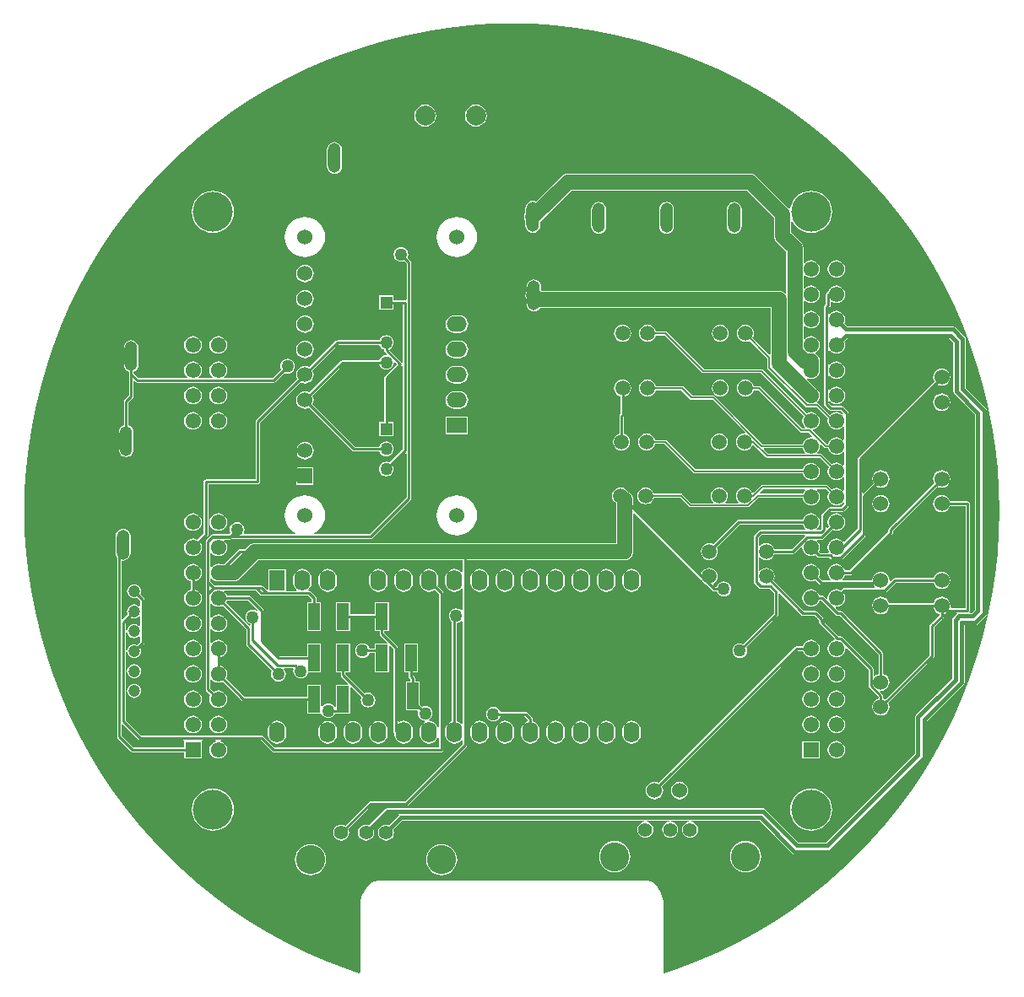
<source format=gtl>
G04 Layer_Physical_Order=1*
G04 Layer_Color=25308*
%FSLAX24Y24*%
%MOIN*%
G70*
G01*
G75*
%ADD10R,0.0472X0.1063*%
%ADD11C,0.0591*%
%ADD12C,0.0098*%
%ADD13C,0.0150*%
%ADD14C,0.0079*%
%ADD15C,0.0787*%
%ADD16R,0.0500X0.0500*%
%ADD17C,0.0500*%
%ADD18C,0.1150*%
%ADD19C,0.0550*%
%ADD20O,0.0800X0.0600*%
%ADD21R,0.0800X0.0600*%
%ADD22C,0.0600*%
%ADD23R,0.0600X0.0600*%
%ADD24O,0.0630X0.0827*%
%ADD25R,0.0630X0.0827*%
%ADD26C,0.0610*%
%ADD27R,0.0610X0.0610*%
%ADD28C,0.1575*%
%ADD29O,0.0500X0.1181*%
%ADD30C,0.0591*%
%ADD31C,0.0472*%
G36*
X24462Y42855D02*
X25300Y42800D01*
X26135Y42709D01*
X26965Y42581D01*
X27789Y42417D01*
X28605Y42218D01*
X29411Y41983D01*
X30206Y41713D01*
X30989Y41408D01*
X31758Y41070D01*
X32511Y40698D01*
X33248Y40294D01*
X33966Y39859D01*
X34664Y39392D01*
X35342Y38895D01*
X35997Y38370D01*
X36628Y37816D01*
X37235Y37235D01*
X37816Y36628D01*
X38370Y35997D01*
X38895Y35342D01*
X39392Y34664D01*
X39859Y33966D01*
X40294Y33248D01*
X40698Y32511D01*
X41070Y31758D01*
X41408Y30989D01*
X41713Y30206D01*
X41983Y29411D01*
X42218Y28605D01*
X42417Y27789D01*
X42581Y26965D01*
X42709Y26135D01*
X42800Y25300D01*
X42855Y24462D01*
X42873Y23629D01*
X42872Y23622D01*
X42873Y23615D01*
X42855Y22782D01*
X42800Y21944D01*
X42709Y21109D01*
X42581Y20279D01*
X42417Y19455D01*
X42218Y18639D01*
X41983Y17833D01*
X41713Y17038D01*
X41408Y16255D01*
X41070Y15486D01*
X40698Y14733D01*
X40294Y13996D01*
X39859Y13278D01*
X39392Y12580D01*
X38895Y11902D01*
X38370Y11247D01*
X37816Y10616D01*
X37235Y10009D01*
X36628Y9428D01*
X35997Y8874D01*
X35342Y8349D01*
X34664Y7852D01*
X33966Y7385D01*
X33248Y6950D01*
X32511Y6546D01*
X31758Y6174D01*
X30989Y5836D01*
X30206Y5531D01*
X29649Y5342D01*
X29608Y5371D01*
Y8012D01*
X29610D01*
X29595Y8207D01*
X29549Y8398D01*
X29474Y8579D01*
X29371Y8746D01*
X29244Y8896D01*
X29243Y8895D01*
X29175Y8947D01*
X29095Y8981D01*
X29009Y8992D01*
Y8991D01*
X18309D01*
X18309Y8993D01*
Y8993D01*
X18193Y8978D01*
X18086Y8933D01*
X17993Y8862D01*
X17993Y8862D01*
X17866Y8713D01*
X17763Y8545D01*
X17688Y8364D01*
X17642Y8173D01*
X17627Y7978D01*
X17629D01*
Y5374D01*
X17588Y5345D01*
X17038Y5531D01*
X16255Y5836D01*
X15486Y6174D01*
X14733Y6546D01*
X13996Y6950D01*
X13278Y7385D01*
X12580Y7852D01*
X11902Y8349D01*
X11247Y8874D01*
X10616Y9428D01*
X10009Y10009D01*
X9428Y10616D01*
X8874Y11247D01*
X8349Y11902D01*
X7852Y12580D01*
X7385Y13278D01*
X6950Y13996D01*
X6546Y14733D01*
X6174Y15486D01*
X5836Y16255D01*
X5531Y17038D01*
X5262Y17833D01*
X5026Y18639D01*
X4827Y19455D01*
X4663Y20279D01*
X4535Y21109D01*
X4444Y21944D01*
X4389Y22782D01*
X4370Y23622D01*
X4389Y24462D01*
X4444Y25300D01*
X4535Y26135D01*
X4663Y26965D01*
X4827Y27789D01*
X5026Y28605D01*
X5262Y29411D01*
X5531Y30206D01*
X5836Y30989D01*
X6174Y31758D01*
X6546Y32511D01*
X6950Y33248D01*
X7385Y33966D01*
X7852Y34664D01*
X8349Y35342D01*
X8874Y35997D01*
X9428Y36628D01*
X10009Y37235D01*
X10616Y37816D01*
X11247Y38370D01*
X11902Y38895D01*
X12580Y39392D01*
X13278Y39859D01*
X13996Y40294D01*
X14733Y40698D01*
X15486Y41070D01*
X16255Y41408D01*
X17038Y41713D01*
X17833Y41983D01*
X18639Y42218D01*
X19455Y42417D01*
X20279Y42581D01*
X21109Y42709D01*
X21944Y42800D01*
X22782Y42855D01*
X23622Y42874D01*
X24462Y42855D01*
D02*
G37*
%LPC*%
G36*
X36433Y17521D02*
X36343Y17509D01*
X36259Y17474D01*
X36187Y17419D01*
X36132Y17347D01*
X36097Y17263D01*
X36086Y17173D01*
X36097Y17083D01*
X36132Y16999D01*
X36187Y16928D01*
X36259Y16872D01*
X36343Y16838D01*
X36433Y16826D01*
X36523Y16838D01*
X36607Y16872D01*
X36679Y16928D01*
X36734Y16999D01*
X36769Y17083D01*
X36781Y17173D01*
X36769Y17263D01*
X36734Y17347D01*
X36679Y17419D01*
X36607Y17474D01*
X36523Y17509D01*
X36433Y17521D01*
D02*
G37*
G36*
X35433D02*
X35343Y17509D01*
X35259Y17474D01*
X35187Y17419D01*
X35132Y17347D01*
X35097Y17263D01*
X35086Y17173D01*
X35097Y17083D01*
X35132Y16999D01*
X35187Y16928D01*
X35259Y16872D01*
X35343Y16838D01*
X35433Y16826D01*
X35523Y16838D01*
X35607Y16872D01*
X35679Y16928D01*
X35734Y16999D01*
X35769Y17083D01*
X35781Y17173D01*
X35769Y17263D01*
X35734Y17347D01*
X35679Y17419D01*
X35607Y17474D01*
X35523Y17509D01*
X35433Y17521D01*
D02*
G37*
G36*
X8701Y17561D02*
X8629Y17552D01*
X8562Y17524D01*
X8504Y17480D01*
X8460Y17422D01*
X8432Y17355D01*
X8423Y17283D01*
X8432Y17212D01*
X8460Y17144D01*
X8504Y17087D01*
X8562Y17043D01*
X8629Y17015D01*
X8701Y17005D01*
X8773Y17015D01*
X8840Y17043D01*
X8897Y17087D01*
X8942Y17144D01*
X8969Y17212D01*
X8979Y17283D01*
X8969Y17355D01*
X8942Y17422D01*
X8897Y17480D01*
X8840Y17524D01*
X8773Y17552D01*
X8701Y17561D01*
D02*
G37*
G36*
X35433Y18521D02*
X35343Y18509D01*
X35259Y18474D01*
X35187Y18419D01*
X35132Y18347D01*
X35098Y18264D01*
X34866D01*
X34832Y18257D01*
X34802Y18237D01*
X29421Y12856D01*
X29341Y12890D01*
X29252Y12901D01*
X29163Y12890D01*
X29081Y12855D01*
X29010Y12801D01*
X28956Y12730D01*
X28921Y12648D01*
X28910Y12559D01*
X28921Y12470D01*
X28956Y12388D01*
X29010Y12317D01*
X29081Y12263D01*
X29163Y12228D01*
X29252Y12217D01*
X29341Y12228D01*
X29423Y12263D01*
X29494Y12317D01*
X29548Y12388D01*
X29583Y12470D01*
X29594Y12559D01*
X29583Y12648D01*
X29549Y12728D01*
X34904Y18083D01*
X35098D01*
X35132Y17999D01*
X35187Y17928D01*
X35259Y17872D01*
X35343Y17838D01*
X35433Y17826D01*
X35523Y17838D01*
X35607Y17872D01*
X35679Y17928D01*
X35734Y17999D01*
X35769Y18083D01*
X35781Y18173D01*
X35769Y18263D01*
X35734Y18347D01*
X35679Y18419D01*
X35607Y18474D01*
X35523Y18509D01*
X35433Y18521D01*
D02*
G37*
G36*
X11024D02*
X10934Y18509D01*
X10850Y18474D01*
X10778Y18419D01*
X10723Y18347D01*
X10688Y18263D01*
X10676Y18173D01*
X10688Y18083D01*
X10723Y17999D01*
X10778Y17928D01*
X10850Y17872D01*
X10934Y17838D01*
X11024Y17826D01*
X11114Y17838D01*
X11197Y17872D01*
X11269Y17928D01*
X11325Y17999D01*
X11359Y18083D01*
X11371Y18173D01*
X11359Y18263D01*
X11325Y18347D01*
X11269Y18419D01*
X11197Y18474D01*
X11114Y18509D01*
X11024Y18521D01*
D02*
G37*
G36*
Y17521D02*
X10934Y17509D01*
X10850Y17474D01*
X10778Y17419D01*
X10723Y17347D01*
X10688Y17263D01*
X10676Y17173D01*
X10688Y17083D01*
X10723Y16999D01*
X10778Y16928D01*
X10850Y16872D01*
X10934Y16838D01*
X11024Y16826D01*
X11114Y16838D01*
X11197Y16872D01*
X11269Y16928D01*
X11325Y16999D01*
X11359Y17083D01*
X11371Y17173D01*
X11359Y17263D01*
X11325Y17347D01*
X11269Y17419D01*
X11197Y17474D01*
X11114Y17509D01*
X11024Y17521D01*
D02*
G37*
G36*
Y16521D02*
X10934Y16509D01*
X10850Y16474D01*
X10778Y16419D01*
X10723Y16347D01*
X10688Y16263D01*
X10676Y16173D01*
X10688Y16083D01*
X10723Y15999D01*
X10778Y15928D01*
X10850Y15872D01*
X10934Y15838D01*
X11024Y15826D01*
X11114Y15838D01*
X11197Y15872D01*
X11269Y15928D01*
X11325Y15999D01*
X11359Y16083D01*
X11371Y16173D01*
X11359Y16263D01*
X11325Y16347D01*
X11269Y16419D01*
X11197Y16474D01*
X11114Y16509D01*
X11024Y16521D01*
D02*
G37*
G36*
X36433Y15521D02*
X36343Y15509D01*
X36259Y15474D01*
X36187Y15419D01*
X36132Y15347D01*
X36097Y15263D01*
X36086Y15173D01*
X36097Y15083D01*
X36132Y14999D01*
X36187Y14928D01*
X36259Y14872D01*
X36343Y14838D01*
X36433Y14826D01*
X36523Y14838D01*
X36607Y14872D01*
X36679Y14928D01*
X36734Y14999D01*
X36769Y15083D01*
X36781Y15173D01*
X36769Y15263D01*
X36734Y15347D01*
X36679Y15419D01*
X36607Y15474D01*
X36523Y15509D01*
X36433Y15521D01*
D02*
G37*
G36*
X35433Y16521D02*
X35343Y16509D01*
X35259Y16474D01*
X35187Y16419D01*
X35132Y16347D01*
X35097Y16263D01*
X35086Y16173D01*
X35097Y16083D01*
X35132Y15999D01*
X35187Y15928D01*
X35259Y15872D01*
X35343Y15838D01*
X35433Y15826D01*
X35523Y15838D01*
X35607Y15872D01*
X35679Y15928D01*
X35734Y15999D01*
X35769Y16083D01*
X35781Y16173D01*
X35769Y16263D01*
X35734Y16347D01*
X35679Y16419D01*
X35607Y16474D01*
X35523Y16509D01*
X35433Y16521D01*
D02*
G37*
G36*
X8701Y16774D02*
X8629Y16765D01*
X8562Y16737D01*
X8504Y16693D01*
X8460Y16635D01*
X8432Y16568D01*
X8423Y16496D01*
X8432Y16424D01*
X8460Y16357D01*
X8504Y16300D01*
X8562Y16255D01*
X8629Y16228D01*
X8701Y16218D01*
X8773Y16228D01*
X8840Y16255D01*
X8897Y16300D01*
X8942Y16357D01*
X8969Y16424D01*
X8979Y16496D01*
X8969Y16568D01*
X8942Y16635D01*
X8897Y16693D01*
X8840Y16737D01*
X8773Y16765D01*
X8701Y16774D01*
D02*
G37*
G36*
X36433Y16521D02*
X36343Y16509D01*
X36259Y16474D01*
X36187Y16419D01*
X36132Y16347D01*
X36097Y16263D01*
X36086Y16173D01*
X36097Y16083D01*
X36132Y15999D01*
X36187Y15928D01*
X36259Y15872D01*
X36343Y15838D01*
X36433Y15826D01*
X36523Y15838D01*
X36607Y15872D01*
X36679Y15928D01*
X36734Y15999D01*
X36769Y16083D01*
X36781Y16173D01*
X36769Y16263D01*
X36734Y16347D01*
X36679Y16419D01*
X36607Y16474D01*
X36523Y16509D01*
X36433Y16521D01*
D02*
G37*
G36*
X11024Y19521D02*
X10934Y19509D01*
X10850Y19474D01*
X10778Y19419D01*
X10723Y19347D01*
X10688Y19263D01*
X10676Y19173D01*
X10688Y19083D01*
X10723Y18999D01*
X10778Y18928D01*
X10850Y18872D01*
X10934Y18838D01*
X11024Y18826D01*
X11114Y18838D01*
X11197Y18872D01*
X11269Y18928D01*
X11325Y18999D01*
X11359Y19083D01*
X11371Y19173D01*
X11359Y19263D01*
X11325Y19347D01*
X11269Y19419D01*
X11197Y19474D01*
X11114Y19509D01*
X11024Y19521D01*
D02*
G37*
G36*
X24346Y21322D02*
X24254Y21310D01*
X24168Y21274D01*
X24094Y21217D01*
X24037Y21143D01*
X24001Y21057D01*
X23989Y20965D01*
Y20768D01*
X24001Y20675D01*
X24037Y20589D01*
X24094Y20515D01*
X24168Y20458D01*
X24254Y20423D01*
X24346Y20410D01*
X24439Y20423D01*
X24525Y20458D01*
X24599Y20515D01*
X24656Y20589D01*
X24692Y20675D01*
X24704Y20768D01*
Y20965D01*
X24692Y21057D01*
X24656Y21143D01*
X24599Y21217D01*
X24525Y21274D01*
X24439Y21310D01*
X24346Y21322D01*
D02*
G37*
G36*
X23346D02*
X23254Y21310D01*
X23168Y21274D01*
X23094Y21217D01*
X23037Y21143D01*
X23001Y21057D01*
X22989Y20965D01*
Y20768D01*
X23001Y20675D01*
X23037Y20589D01*
X23094Y20515D01*
X23168Y20458D01*
X23254Y20423D01*
X23346Y20410D01*
X23439Y20423D01*
X23525Y20458D01*
X23599Y20515D01*
X23656Y20589D01*
X23692Y20675D01*
X23704Y20768D01*
Y20965D01*
X23692Y21057D01*
X23656Y21143D01*
X23599Y21217D01*
X23525Y21274D01*
X23439Y21310D01*
X23346Y21322D01*
D02*
G37*
G36*
X25346D02*
X25254Y21310D01*
X25168Y21274D01*
X25094Y21217D01*
X25037Y21143D01*
X25001Y21057D01*
X24989Y20965D01*
Y20768D01*
X25001Y20675D01*
X25037Y20589D01*
X25094Y20515D01*
X25168Y20458D01*
X25254Y20423D01*
X25346Y20410D01*
X25439Y20423D01*
X25525Y20458D01*
X25599Y20515D01*
X25656Y20589D01*
X25692Y20675D01*
X25704Y20768D01*
Y20965D01*
X25692Y21057D01*
X25656Y21143D01*
X25599Y21217D01*
X25525Y21274D01*
X25439Y21310D01*
X25346Y21322D01*
D02*
G37*
G36*
X27346D02*
X27254Y21310D01*
X27168Y21274D01*
X27094Y21217D01*
X27037Y21143D01*
X27001Y21057D01*
X26989Y20965D01*
Y20768D01*
X27001Y20675D01*
X27037Y20589D01*
X27094Y20515D01*
X27168Y20458D01*
X27254Y20423D01*
X27346Y20410D01*
X27439Y20423D01*
X27525Y20458D01*
X27599Y20515D01*
X27656Y20589D01*
X27692Y20675D01*
X27704Y20768D01*
Y20965D01*
X27692Y21057D01*
X27656Y21143D01*
X27599Y21217D01*
X27525Y21274D01*
X27439Y21310D01*
X27346Y21322D01*
D02*
G37*
G36*
X26346D02*
X26254Y21310D01*
X26168Y21274D01*
X26094Y21217D01*
X26037Y21143D01*
X26001Y21057D01*
X25989Y20965D01*
Y20768D01*
X26001Y20675D01*
X26037Y20589D01*
X26094Y20515D01*
X26168Y20458D01*
X26254Y20423D01*
X26346Y20410D01*
X26439Y20423D01*
X26525Y20458D01*
X26599Y20515D01*
X26656Y20589D01*
X26692Y20675D01*
X26704Y20768D01*
Y20965D01*
X26692Y21057D01*
X26656Y21143D01*
X26599Y21217D01*
X26525Y21274D01*
X26439Y21310D01*
X26346Y21322D01*
D02*
G37*
G36*
X22346D02*
X22254Y21310D01*
X22168Y21274D01*
X22094Y21217D01*
X22037Y21143D01*
X22001Y21057D01*
X21989Y20965D01*
Y20768D01*
X22001Y20675D01*
X22037Y20589D01*
X22094Y20515D01*
X22168Y20458D01*
X22254Y20423D01*
X22346Y20410D01*
X22439Y20423D01*
X22525Y20458D01*
X22599Y20515D01*
X22656Y20589D01*
X22692Y20675D01*
X22704Y20768D01*
Y20965D01*
X22692Y21057D01*
X22656Y21143D01*
X22599Y21217D01*
X22525Y21274D01*
X22439Y21310D01*
X22346Y21322D01*
D02*
G37*
G36*
X11024Y21521D02*
X10934Y21509D01*
X10850Y21474D01*
X10778Y21419D01*
X10723Y21347D01*
X10688Y21263D01*
X10676Y21173D01*
X10688Y21083D01*
X10723Y20999D01*
X10778Y20928D01*
X10850Y20872D01*
X10933Y20838D01*
Y20509D01*
X10850Y20474D01*
X10778Y20419D01*
X10723Y20347D01*
X10688Y20263D01*
X10676Y20173D01*
X10688Y20083D01*
X10723Y19999D01*
X10778Y19928D01*
X10850Y19872D01*
X10934Y19838D01*
X11024Y19826D01*
X11114Y19838D01*
X11197Y19872D01*
X11269Y19928D01*
X11325Y19999D01*
X11359Y20083D01*
X11371Y20173D01*
X11359Y20263D01*
X11325Y20347D01*
X11269Y20419D01*
X11197Y20474D01*
X11114Y20509D01*
Y20838D01*
X11197Y20872D01*
X11269Y20928D01*
X11325Y20999D01*
X11359Y21083D01*
X11371Y21173D01*
X11359Y21263D01*
X11325Y21347D01*
X11269Y21419D01*
X11197Y21474D01*
X11114Y21509D01*
X11024Y21521D01*
D02*
G37*
G36*
X18760Y20020D02*
X18209D01*
Y19539D01*
X17224D01*
Y20020D01*
X16673D01*
Y18878D01*
X17224D01*
Y19359D01*
X18209D01*
Y18878D01*
X18394D01*
Y18760D01*
X18401Y18725D01*
X18420Y18696D01*
X18704Y18412D01*
X18685Y18366D01*
X18209D01*
Y18180D01*
X17996D01*
X17973Y18236D01*
X17926Y18296D01*
X17866Y18343D01*
X17796Y18372D01*
X17720Y18382D01*
X17644Y18372D01*
X17574Y18343D01*
X17514Y18296D01*
X17467Y18236D01*
X17438Y18166D01*
X17428Y18090D01*
X17438Y18014D01*
X17467Y17944D01*
X17514Y17884D01*
X17574Y17837D01*
X17644Y17808D01*
X17720Y17798D01*
X17796Y17808D01*
X17866Y17837D01*
X17926Y17884D01*
X17973Y17944D01*
X17996Y18000D01*
X18209D01*
Y17224D01*
X18760D01*
Y18291D01*
X18806Y18310D01*
X18940Y18177D01*
Y14900D01*
X18947Y14865D01*
X18966Y14836D01*
X18989Y14821D01*
Y14768D01*
X19001Y14675D01*
X19037Y14589D01*
X19094Y14515D01*
X19168Y14458D01*
X19254Y14423D01*
X19346Y14410D01*
X19439Y14423D01*
X19525Y14458D01*
X19599Y14515D01*
X19656Y14589D01*
X19692Y14675D01*
X19704Y14768D01*
Y14965D01*
X19692Y15057D01*
X19656Y15143D01*
X19599Y15217D01*
X19525Y15274D01*
X19439Y15310D01*
X19346Y15322D01*
X19254Y15310D01*
X19168Y15274D01*
X19165Y15272D01*
X19120Y15294D01*
Y18214D01*
X19113Y18249D01*
X19094Y18278D01*
X18575Y18797D01*
Y18878D01*
X18760D01*
Y20020D01*
D02*
G37*
G36*
X16346Y21322D02*
X16254Y21310D01*
X16168Y21274D01*
X16094Y21217D01*
X16037Y21143D01*
X16001Y21057D01*
X15989Y20965D01*
Y20768D01*
X16001Y20675D01*
X16037Y20589D01*
X16094Y20515D01*
X16168Y20458D01*
X16254Y20423D01*
X16346Y20410D01*
X16439Y20423D01*
X16525Y20458D01*
X16599Y20515D01*
X16656Y20589D01*
X16692Y20675D01*
X16704Y20768D01*
Y20965D01*
X16692Y21057D01*
X16656Y21143D01*
X16599Y21217D01*
X16525Y21274D01*
X16439Y21310D01*
X16346Y21322D01*
D02*
G37*
G36*
X19346D02*
X19254Y21310D01*
X19168Y21274D01*
X19094Y21217D01*
X19037Y21143D01*
X19001Y21057D01*
X18989Y20965D01*
Y20768D01*
X19001Y20675D01*
X19037Y20589D01*
X19094Y20515D01*
X19168Y20458D01*
X19254Y20423D01*
X19346Y20410D01*
X19439Y20423D01*
X19525Y20458D01*
X19599Y20515D01*
X19656Y20589D01*
X19692Y20675D01*
X19704Y20768D01*
Y20965D01*
X19692Y21057D01*
X19656Y21143D01*
X19599Y21217D01*
X19525Y21274D01*
X19439Y21310D01*
X19346Y21322D01*
D02*
G37*
G36*
X18346D02*
X18254Y21310D01*
X18168Y21274D01*
X18094Y21217D01*
X18037Y21143D01*
X18001Y21057D01*
X17989Y20965D01*
Y20768D01*
X18001Y20675D01*
X18037Y20589D01*
X18094Y20515D01*
X18168Y20458D01*
X18254Y20423D01*
X18346Y20410D01*
X18439Y20423D01*
X18525Y20458D01*
X18599Y20515D01*
X18656Y20589D01*
X18692Y20675D01*
X18704Y20768D01*
Y20965D01*
X18692Y21057D01*
X18656Y21143D01*
X18599Y21217D01*
X18525Y21274D01*
X18439Y21310D01*
X18346Y21322D01*
D02*
G37*
G36*
X36433Y14521D02*
X36343Y14509D01*
X36259Y14474D01*
X36187Y14419D01*
X36132Y14347D01*
X36097Y14263D01*
X36086Y14173D01*
X36097Y14083D01*
X36132Y13999D01*
X36187Y13928D01*
X36259Y13872D01*
X36343Y13838D01*
X36433Y13826D01*
X36523Y13838D01*
X36607Y13872D01*
X36679Y13928D01*
X36734Y13999D01*
X36769Y14083D01*
X36781Y14173D01*
X36769Y14263D01*
X36734Y14347D01*
X36679Y14419D01*
X36607Y14474D01*
X36523Y14509D01*
X36433Y14521D01*
D02*
G37*
G36*
X30236Y12901D02*
X30148Y12890D01*
X30065Y12855D01*
X29994Y12801D01*
X29940Y12730D01*
X29906Y12648D01*
X29894Y12559D01*
X29906Y12470D01*
X29940Y12388D01*
X29994Y12317D01*
X30065Y12263D01*
X30148Y12228D01*
X30236Y12217D01*
X30325Y12228D01*
X30407Y12263D01*
X30478Y12317D01*
X30533Y12388D01*
X30567Y12470D01*
X30579Y12559D01*
X30567Y12648D01*
X30533Y12730D01*
X30478Y12801D01*
X30407Y12855D01*
X30325Y12890D01*
X30236Y12901D01*
D02*
G37*
G36*
X35778Y14518D02*
X35089D01*
Y13829D01*
X35778D01*
Y14518D01*
D02*
G37*
G36*
X16346Y15322D02*
X16254Y15310D01*
X16168Y15274D01*
X16094Y15217D01*
X16037Y15143D01*
X16001Y15057D01*
X15989Y14965D01*
Y14768D01*
X16001Y14675D01*
X16037Y14589D01*
X16094Y14515D01*
X16168Y14458D01*
X16254Y14423D01*
X16346Y14410D01*
X16439Y14423D01*
X16525Y14458D01*
X16599Y14515D01*
X16656Y14589D01*
X16692Y14675D01*
X16704Y14768D01*
Y14965D01*
X16692Y15057D01*
X16656Y15143D01*
X16599Y15217D01*
X16525Y15274D01*
X16439Y15310D01*
X16346Y15322D01*
D02*
G37*
G36*
X14346D02*
X14254Y15310D01*
X14168Y15274D01*
X14094Y15217D01*
X14037Y15143D01*
X14001Y15057D01*
X13989Y14965D01*
Y14768D01*
X14001Y14675D01*
X14037Y14589D01*
X14094Y14515D01*
X14168Y14458D01*
X14254Y14423D01*
X14346Y14410D01*
X14439Y14423D01*
X14525Y14458D01*
X14599Y14515D01*
X14656Y14589D01*
X14692Y14675D01*
X14704Y14768D01*
Y14965D01*
X14692Y15057D01*
X14656Y15143D01*
X14599Y15217D01*
X14525Y15274D01*
X14439Y15310D01*
X14346Y15322D01*
D02*
G37*
G36*
X35433Y12642D02*
X35271Y12626D01*
X35115Y12579D01*
X34972Y12502D01*
X34846Y12398D01*
X34742Y12273D01*
X34666Y12129D01*
X34618Y11973D01*
X34602Y11811D01*
X34618Y11649D01*
X34666Y11493D01*
X34742Y11349D01*
X34846Y11224D01*
X34972Y11120D01*
X35115Y11043D01*
X35271Y10996D01*
X35433Y10980D01*
X35595Y10996D01*
X35751Y11043D01*
X35895Y11120D01*
X36021Y11224D01*
X36124Y11349D01*
X36201Y11493D01*
X36248Y11649D01*
X36264Y11811D01*
X36248Y11973D01*
X36201Y12129D01*
X36124Y12273D01*
X36021Y12398D01*
X35895Y12502D01*
X35751Y12579D01*
X35595Y12626D01*
X35433Y12642D01*
D02*
G37*
G36*
X20843Y10450D02*
X20722Y10438D01*
X20606Y10403D01*
X20500Y10346D01*
X20406Y10269D01*
X20329Y10176D01*
X20272Y10069D01*
X20237Y9953D01*
X20225Y9833D01*
X20237Y9712D01*
X20272Y9596D01*
X20329Y9490D01*
X20406Y9396D01*
X20500Y9319D01*
X20606Y9262D01*
X20722Y9227D01*
X20843Y9215D01*
X20963Y9227D01*
X21079Y9262D01*
X21186Y9319D01*
X21279Y9396D01*
X21356Y9490D01*
X21413Y9596D01*
X21448Y9712D01*
X21460Y9833D01*
X21448Y9953D01*
X21413Y10069D01*
X21356Y10176D01*
X21279Y10269D01*
X21186Y10346D01*
X21079Y10403D01*
X20963Y10438D01*
X20843Y10450D01*
D02*
G37*
G36*
X15669D02*
X15549Y10438D01*
X15433Y10403D01*
X15326Y10346D01*
X15233Y10269D01*
X15156Y10176D01*
X15099Y10069D01*
X15064Y9953D01*
X15052Y9833D01*
X15064Y9712D01*
X15099Y9596D01*
X15156Y9490D01*
X15233Y9396D01*
X15326Y9319D01*
X15433Y9262D01*
X15549Y9227D01*
X15669Y9215D01*
X15790Y9227D01*
X15906Y9262D01*
X16012Y9319D01*
X16106Y9396D01*
X16183Y9490D01*
X16240Y9596D01*
X16275Y9712D01*
X16287Y9833D01*
X16275Y9953D01*
X16240Y10069D01*
X16183Y10176D01*
X16106Y10269D01*
X16012Y10346D01*
X15906Y10403D01*
X15790Y10438D01*
X15669Y10450D01*
D02*
G37*
G36*
X27677Y10568D02*
X27557Y10556D01*
X27441Y10521D01*
X27334Y10464D01*
X27241Y10387D01*
X27164Y10294D01*
X27107Y10187D01*
X27072Y10071D01*
X27060Y9951D01*
X27072Y9830D01*
X27107Y9715D01*
X27164Y9608D01*
X27241Y9514D01*
X27334Y9437D01*
X27441Y9380D01*
X27557Y9345D01*
X27677Y9333D01*
X27798Y9345D01*
X27913Y9380D01*
X28020Y9437D01*
X28114Y9514D01*
X28190Y9608D01*
X28248Y9715D01*
X28283Y9830D01*
X28294Y9951D01*
X28283Y10071D01*
X28248Y10187D01*
X28190Y10294D01*
X28114Y10387D01*
X28020Y10464D01*
X27913Y10521D01*
X27798Y10556D01*
X27677Y10568D01*
D02*
G37*
G36*
X11811Y12642D02*
X11649Y12626D01*
X11493Y12579D01*
X11349Y12502D01*
X11224Y12398D01*
X11120Y12273D01*
X11043Y12129D01*
X10996Y11973D01*
X10980Y11811D01*
X10996Y11649D01*
X11043Y11493D01*
X11120Y11349D01*
X11224Y11224D01*
X11349Y11120D01*
X11493Y11043D01*
X11649Y10996D01*
X11811Y10980D01*
X11973Y10996D01*
X12129Y11043D01*
X12273Y11120D01*
X12398Y11224D01*
X12502Y11349D01*
X12579Y11493D01*
X12626Y11649D01*
X12642Y11811D01*
X12626Y11973D01*
X12579Y12129D01*
X12502Y12273D01*
X12398Y12398D01*
X12273Y12502D01*
X12129Y12579D01*
X11973Y12626D01*
X11811Y12642D01*
D02*
G37*
G36*
X32850Y10568D02*
X32730Y10556D01*
X32614Y10521D01*
X32507Y10464D01*
X32414Y10387D01*
X32337Y10294D01*
X32280Y10187D01*
X32245Y10071D01*
X32233Y9951D01*
X32245Y9830D01*
X32280Y9715D01*
X32337Y9608D01*
X32414Y9514D01*
X32507Y9437D01*
X32614Y9380D01*
X32730Y9345D01*
X32850Y9333D01*
X32971Y9345D01*
X33087Y9380D01*
X33193Y9437D01*
X33287Y9514D01*
X33364Y9608D01*
X33421Y9715D01*
X33456Y9830D01*
X33468Y9951D01*
X33456Y10071D01*
X33421Y10187D01*
X33364Y10294D01*
X33287Y10387D01*
X33193Y10464D01*
X33087Y10521D01*
X32971Y10556D01*
X32850Y10568D01*
D02*
G37*
G36*
X17346Y15322D02*
X17254Y15310D01*
X17168Y15274D01*
X17094Y15217D01*
X17037Y15143D01*
X17001Y15057D01*
X16989Y14965D01*
Y14768D01*
X17001Y14675D01*
X17037Y14589D01*
X17094Y14515D01*
X17168Y14458D01*
X17254Y14423D01*
X17346Y14410D01*
X17439Y14423D01*
X17525Y14458D01*
X17599Y14515D01*
X17656Y14589D01*
X17692Y14675D01*
X17704Y14768D01*
Y14965D01*
X17692Y15057D01*
X17656Y15143D01*
X17599Y15217D01*
X17525Y15274D01*
X17439Y15310D01*
X17346Y15322D01*
D02*
G37*
G36*
X28346D02*
X28254Y15310D01*
X28168Y15274D01*
X28094Y15217D01*
X28037Y15143D01*
X28001Y15057D01*
X27989Y14965D01*
Y14768D01*
X28001Y14675D01*
X28037Y14589D01*
X28094Y14515D01*
X28168Y14458D01*
X28254Y14423D01*
X28346Y14410D01*
X28439Y14423D01*
X28525Y14458D01*
X28599Y14515D01*
X28656Y14589D01*
X28692Y14675D01*
X28704Y14768D01*
Y14965D01*
X28692Y15057D01*
X28656Y15143D01*
X28599Y15217D01*
X28525Y15274D01*
X28439Y15310D01*
X28346Y15322D01*
D02*
G37*
G36*
X27346D02*
X27254Y15310D01*
X27168Y15274D01*
X27094Y15217D01*
X27037Y15143D01*
X27001Y15057D01*
X26989Y14965D01*
Y14768D01*
X27001Y14675D01*
X27037Y14589D01*
X27094Y14515D01*
X27168Y14458D01*
X27254Y14423D01*
X27346Y14410D01*
X27439Y14423D01*
X27525Y14458D01*
X27599Y14515D01*
X27656Y14589D01*
X27692Y14675D01*
X27704Y14768D01*
Y14965D01*
X27692Y15057D01*
X27656Y15143D01*
X27599Y15217D01*
X27525Y15274D01*
X27439Y15310D01*
X27346Y15322D01*
D02*
G37*
G36*
X11024Y15521D02*
X10934Y15509D01*
X10850Y15474D01*
X10778Y15419D01*
X10723Y15347D01*
X10688Y15263D01*
X10676Y15173D01*
X10688Y15083D01*
X10723Y14999D01*
X10778Y14928D01*
X10850Y14872D01*
X10934Y14838D01*
X11024Y14826D01*
X11114Y14838D01*
X11197Y14872D01*
X11269Y14928D01*
X11325Y14999D01*
X11359Y15083D01*
X11371Y15173D01*
X11359Y15263D01*
X11325Y15347D01*
X11269Y15419D01*
X11197Y15474D01*
X11114Y15509D01*
X11024Y15521D01*
D02*
G37*
G36*
X35433D02*
X35343Y15509D01*
X35259Y15474D01*
X35187Y15419D01*
X35132Y15347D01*
X35097Y15263D01*
X35086Y15173D01*
X35097Y15083D01*
X35132Y14999D01*
X35187Y14928D01*
X35259Y14872D01*
X35343Y14838D01*
X35433Y14826D01*
X35523Y14838D01*
X35607Y14872D01*
X35679Y14928D01*
X35734Y14999D01*
X35769Y15083D01*
X35781Y15173D01*
X35769Y15263D01*
X35734Y15347D01*
X35679Y15419D01*
X35607Y15474D01*
X35523Y15509D01*
X35433Y15521D01*
D02*
G37*
G36*
X12024D02*
X11934Y15509D01*
X11850Y15474D01*
X11778Y15419D01*
X11723Y15347D01*
X11688Y15263D01*
X11676Y15173D01*
X11688Y15083D01*
X11723Y14999D01*
X11778Y14928D01*
X11850Y14872D01*
X11934Y14838D01*
X12024Y14826D01*
X12114Y14838D01*
X12197Y14872D01*
X12269Y14928D01*
X12325Y14999D01*
X12359Y15083D01*
X12371Y15173D01*
X12359Y15263D01*
X12325Y15347D01*
X12269Y15419D01*
X12197Y15474D01*
X12114Y15509D01*
X12024Y15521D01*
D02*
G37*
G36*
X26346Y15322D02*
X26254Y15310D01*
X26168Y15274D01*
X26094Y15217D01*
X26037Y15143D01*
X26001Y15057D01*
X25989Y14965D01*
Y14768D01*
X26001Y14675D01*
X26037Y14589D01*
X26094Y14515D01*
X26168Y14458D01*
X26254Y14423D01*
X26346Y14410D01*
X26439Y14423D01*
X26525Y14458D01*
X26599Y14515D01*
X26656Y14589D01*
X26692Y14675D01*
X26704Y14768D01*
Y14965D01*
X26692Y15057D01*
X26656Y15143D01*
X26599Y15217D01*
X26525Y15274D01*
X26439Y15310D01*
X26346Y15322D01*
D02*
G37*
G36*
X22346D02*
X22254Y15310D01*
X22168Y15274D01*
X22094Y15217D01*
X22037Y15143D01*
X22001Y15057D01*
X21989Y14965D01*
Y14768D01*
X22001Y14675D01*
X22037Y14589D01*
X22094Y14515D01*
X22168Y14458D01*
X22254Y14423D01*
X22346Y14410D01*
X22439Y14423D01*
X22525Y14458D01*
X22599Y14515D01*
X22656Y14589D01*
X22692Y14675D01*
X22704Y14768D01*
Y14965D01*
X22692Y15057D01*
X22656Y15143D01*
X22599Y15217D01*
X22525Y15274D01*
X22439Y15310D01*
X22346Y15322D01*
D02*
G37*
G36*
X18346D02*
X18254Y15310D01*
X18168Y15274D01*
X18094Y15217D01*
X18037Y15143D01*
X18001Y15057D01*
X17989Y14965D01*
Y14768D01*
X18001Y14675D01*
X18037Y14589D01*
X18094Y14515D01*
X18168Y14458D01*
X18254Y14423D01*
X18346Y14410D01*
X18439Y14423D01*
X18525Y14458D01*
X18599Y14515D01*
X18656Y14589D01*
X18692Y14675D01*
X18704Y14768D01*
Y14965D01*
X18692Y15057D01*
X18656Y15143D01*
X18599Y15217D01*
X18525Y15274D01*
X18439Y15310D01*
X18346Y15322D01*
D02*
G37*
G36*
X23346D02*
X23254Y15310D01*
X23168Y15274D01*
X23094Y15217D01*
X23037Y15143D01*
X23001Y15057D01*
X22989Y14965D01*
Y14768D01*
X23001Y14675D01*
X23037Y14589D01*
X23094Y14515D01*
X23168Y14458D01*
X23254Y14423D01*
X23346Y14410D01*
X23439Y14423D01*
X23525Y14458D01*
X23599Y14515D01*
X23656Y14589D01*
X23692Y14675D01*
X23704Y14768D01*
Y14965D01*
X23692Y15057D01*
X23656Y15143D01*
X23599Y15217D01*
X23525Y15274D01*
X23439Y15310D01*
X23346Y15322D01*
D02*
G37*
G36*
X25346D02*
X25254Y15310D01*
X25168Y15274D01*
X25094Y15217D01*
X25037Y15143D01*
X25001Y15057D01*
X24989Y14965D01*
Y14768D01*
X25001Y14675D01*
X25037Y14589D01*
X25094Y14515D01*
X25168Y14458D01*
X25254Y14423D01*
X25346Y14410D01*
X25439Y14423D01*
X25525Y14458D01*
X25599Y14515D01*
X25656Y14589D01*
X25692Y14675D01*
X25704Y14768D01*
Y14965D01*
X25692Y15057D01*
X25656Y15143D01*
X25599Y15217D01*
X25525Y15274D01*
X25439Y15310D01*
X25346Y15322D01*
D02*
G37*
G36*
X22890Y15872D02*
X22814Y15862D01*
X22744Y15833D01*
X22684Y15786D01*
X22637Y15726D01*
X22608Y15656D01*
X22598Y15580D01*
X22608Y15504D01*
X22637Y15434D01*
X22684Y15374D01*
X22744Y15327D01*
X22814Y15298D01*
X22890Y15288D01*
X22966Y15298D01*
X23036Y15327D01*
X23096Y15374D01*
X23143Y15434D01*
X23166Y15490D01*
X24123D01*
X24254Y15359D01*
X24254Y15310D01*
X24168Y15274D01*
X24094Y15217D01*
X24037Y15143D01*
X24001Y15057D01*
X23989Y14965D01*
Y14768D01*
X24001Y14675D01*
X24037Y14589D01*
X24094Y14515D01*
X24168Y14458D01*
X24254Y14423D01*
X24346Y14410D01*
X24439Y14423D01*
X24525Y14458D01*
X24599Y14515D01*
X24656Y14589D01*
X24692Y14675D01*
X24704Y14768D01*
Y14965D01*
X24692Y15057D01*
X24656Y15143D01*
X24599Y15217D01*
X24525Y15274D01*
X24439Y15310D01*
X24437Y15310D01*
Y15394D01*
X24430Y15428D01*
X24410Y15457D01*
X24224Y15644D01*
X24195Y15663D01*
X24160Y15670D01*
X23166D01*
X23143Y15726D01*
X23096Y15786D01*
X23036Y15833D01*
X22966Y15862D01*
X22890Y15872D01*
D02*
G37*
G36*
X28346Y21322D02*
X28254Y21310D01*
X28168Y21274D01*
X28094Y21217D01*
X28037Y21143D01*
X28001Y21057D01*
X27989Y20965D01*
Y20768D01*
X28001Y20675D01*
X28037Y20589D01*
X28094Y20515D01*
X28168Y20458D01*
X28254Y20423D01*
X28346Y20410D01*
X28439Y20423D01*
X28525Y20458D01*
X28599Y20515D01*
X28656Y20589D01*
X28692Y20675D01*
X28704Y20768D01*
Y20965D01*
X28692Y21057D01*
X28656Y21143D01*
X28599Y21217D01*
X28525Y21274D01*
X28439Y21310D01*
X28346Y21322D01*
D02*
G37*
G36*
X15449Y31333D02*
X15360Y31322D01*
X15278Y31287D01*
X15207Y31233D01*
X15152Y31162D01*
X15118Y31080D01*
X15107Y30991D01*
X15118Y30902D01*
X15152Y30820D01*
X15207Y30749D01*
X15278Y30694D01*
X15360Y30660D01*
X15449Y30649D01*
X15537Y30660D01*
X15620Y30694D01*
X15691Y30749D01*
X15745Y30820D01*
X15779Y30902D01*
X15791Y30991D01*
X15779Y31080D01*
X15745Y31162D01*
X15691Y31233D01*
X15620Y31287D01*
X15537Y31322D01*
X15449Y31333D01*
D02*
G37*
G36*
X31850Y30967D02*
X31763Y30956D01*
X31682Y30922D01*
X31612Y30869D01*
X31558Y30799D01*
X31524Y30717D01*
X31513Y30630D01*
X31524Y30543D01*
X31558Y30461D01*
X31612Y30391D01*
X31682Y30338D01*
X31763Y30304D01*
X31850Y30292D01*
X31938Y30304D01*
X32019Y30338D01*
X32089Y30391D01*
X32143Y30461D01*
X32176Y30543D01*
X32188Y30630D01*
X32176Y30717D01*
X32143Y30799D01*
X32089Y30869D01*
X32019Y30922D01*
X31938Y30956D01*
X31850Y30967D01*
D02*
G37*
G36*
X27992D02*
X27905Y30956D01*
X27823Y30922D01*
X27753Y30869D01*
X27700Y30799D01*
X27666Y30717D01*
X27655Y30630D01*
X27666Y30543D01*
X27700Y30461D01*
X27753Y30391D01*
X27823Y30338D01*
X27905Y30304D01*
X27992Y30292D01*
X28079Y30304D01*
X28161Y30338D01*
X28231Y30391D01*
X28284Y30461D01*
X28318Y30543D01*
X28330Y30630D01*
X28318Y30717D01*
X28284Y30799D01*
X28231Y30869D01*
X28161Y30922D01*
X28079Y30956D01*
X27992Y30967D01*
D02*
G37*
G36*
X19240Y34042D02*
X19164Y34032D01*
X19094Y34003D01*
X19034Y33956D01*
X18987Y33896D01*
X18958Y33826D01*
X18948Y33750D01*
X18958Y33674D01*
X18987Y33604D01*
X19034Y33544D01*
X19094Y33497D01*
X19164Y33468D01*
X19240Y33458D01*
X19316Y33468D01*
X19371Y33491D01*
X19460Y33403D01*
Y31979D01*
X19410Y31941D01*
X19409Y31941D01*
X18951D01*
Y32140D01*
X18372D01*
Y31561D01*
X18951D01*
Y31760D01*
X19319D01*
Y29499D01*
X19298Y29487D01*
X19269Y29481D01*
X18787Y29963D01*
X18797Y30012D01*
X18807Y30017D01*
X18868Y30063D01*
X18914Y30123D01*
X18943Y30194D01*
X18953Y30269D01*
X18943Y30345D01*
X18914Y30415D01*
X18868Y30476D01*
X18807Y30522D01*
X18737Y30551D01*
X18661Y30561D01*
X18586Y30551D01*
X18515Y30522D01*
X18455Y30476D01*
X18409Y30415D01*
X18386Y30360D01*
X16727D01*
X16693Y30353D01*
X16663Y30333D01*
X16663Y30333D01*
X15618Y29288D01*
X15537Y29322D01*
X15449Y29333D01*
X15360Y29322D01*
X15278Y29287D01*
X15207Y29233D01*
X15152Y29162D01*
X15118Y29080D01*
X15107Y28991D01*
X15118Y28902D01*
X15152Y28822D01*
X13519Y27189D01*
X13499Y27159D01*
X13492Y27125D01*
Y24854D01*
X11535D01*
X11501Y24847D01*
X11472Y24828D01*
X11452Y24798D01*
X11445Y24764D01*
Y22722D01*
X11197Y22474D01*
X11114Y22509D01*
X11024Y22521D01*
X10934Y22509D01*
X10850Y22474D01*
X10778Y22419D01*
X10723Y22347D01*
X10688Y22263D01*
X10676Y22173D01*
X10688Y22083D01*
X10723Y21999D01*
X10778Y21928D01*
X10850Y21872D01*
X10934Y21838D01*
X11024Y21826D01*
X11114Y21838D01*
X11197Y21872D01*
X11269Y21928D01*
X11325Y21999D01*
X11359Y22083D01*
X11371Y22173D01*
X11359Y22263D01*
X11325Y22347D01*
X11599Y22621D01*
X11619Y22650D01*
X11626Y22685D01*
Y24673D01*
X13583D01*
X13617Y24680D01*
X13647Y24700D01*
X13666Y24729D01*
X13673Y24764D01*
Y27087D01*
X15279Y28694D01*
X15360Y28660D01*
X15449Y28649D01*
X15537Y28660D01*
X15620Y28695D01*
X15691Y28749D01*
X15745Y28820D01*
X15779Y28902D01*
X15791Y28991D01*
X15779Y29080D01*
X15746Y29160D01*
X16765Y30179D01*
X18386D01*
X18409Y30123D01*
X18455Y30063D01*
X18515Y30017D01*
X18571Y29994D01*
Y29961D01*
X18574Y29947D01*
X18578Y29926D01*
X18578Y29926D01*
Y29926D01*
X18588Y29911D01*
X18598Y29897D01*
X18680Y29814D01*
X18653Y29770D01*
X18586Y29761D01*
X18515Y29732D01*
X18455Y29686D01*
X18409Y29625D01*
X18386Y29570D01*
X16937D01*
X16937Y29570D01*
X16903Y29563D01*
X16873Y29543D01*
X15618Y28288D01*
X15537Y28322D01*
X15449Y28333D01*
X15360Y28322D01*
X15278Y28287D01*
X15207Y28233D01*
X15152Y28162D01*
X15118Y28080D01*
X15107Y27991D01*
X15118Y27902D01*
X15152Y27820D01*
X15207Y27749D01*
X15278Y27694D01*
X15360Y27660D01*
X15449Y27649D01*
X15537Y27660D01*
X15618Y27694D01*
X17313Y25999D01*
X17313Y25999D01*
X17342Y25980D01*
X17377Y25973D01*
X18386D01*
X18409Y25917D01*
X18455Y25857D01*
X18515Y25810D01*
X18586Y25781D01*
X18661Y25771D01*
X18737Y25781D01*
X18807Y25810D01*
X18868Y25857D01*
X18914Y25917D01*
X18943Y25987D01*
X18953Y26063D01*
X18943Y26139D01*
X18914Y26209D01*
X18868Y26269D01*
X18807Y26316D01*
X18737Y26345D01*
X18661Y26355D01*
X18586Y26345D01*
X18515Y26316D01*
X18455Y26269D01*
X18409Y26209D01*
X18386Y26153D01*
X17414D01*
X15746Y27822D01*
X15779Y27902D01*
X15791Y27991D01*
X15779Y28080D01*
X15746Y28160D01*
X16975Y29389D01*
X18386D01*
X18409Y29333D01*
X18455Y29273D01*
X18515Y29227D01*
X18586Y29197D01*
X18661Y29187D01*
X18737Y29197D01*
X18807Y29227D01*
X18868Y29273D01*
X18914Y29333D01*
X18943Y29404D01*
X18952Y29471D01*
X18996Y29498D01*
X19085Y29409D01*
X18598Y28922D01*
X18578Y28893D01*
X18571Y28858D01*
Y27140D01*
X18372D01*
Y26561D01*
X18951D01*
Y27140D01*
X18752D01*
Y28821D01*
X19269Y29338D01*
X19298Y29332D01*
X19319Y29319D01*
Y26055D01*
X18793Y25528D01*
X18737Y25551D01*
X18661Y25561D01*
X18586Y25551D01*
X18515Y25522D01*
X18455Y25476D01*
X18409Y25415D01*
X18379Y25345D01*
X18370Y25269D01*
X18379Y25194D01*
X18409Y25123D01*
X18455Y25063D01*
X18515Y25017D01*
X18586Y24987D01*
X18661Y24977D01*
X18737Y24987D01*
X18807Y25017D01*
X18868Y25063D01*
X18914Y25123D01*
X18943Y25194D01*
X18953Y25269D01*
X18943Y25345D01*
X18920Y25400D01*
X19413Y25894D01*
X19460Y25875D01*
Y24137D01*
X18013Y22690D01*
X15825D01*
X15813Y22740D01*
X15889Y22781D01*
X16010Y22880D01*
X16108Y23000D01*
X16182Y23137D01*
X16227Y23286D01*
X16242Y23441D01*
X16227Y23596D01*
X16182Y23744D01*
X16108Y23882D01*
X16010Y24002D01*
X15889Y24100D01*
X15752Y24174D01*
X15604Y24219D01*
X15449Y24234D01*
X15294Y24219D01*
X15145Y24174D01*
X15008Y24100D01*
X14888Y24002D01*
X14789Y23882D01*
X14716Y23744D01*
X14671Y23596D01*
X14656Y23441D01*
X14671Y23286D01*
X14716Y23137D01*
X14789Y23000D01*
X14888Y22880D01*
X15008Y22781D01*
X15085Y22740D01*
X15073Y22690D01*
X13044D01*
X13025Y22740D01*
X13052Y22804D01*
X13062Y22880D01*
X13052Y22956D01*
X13023Y23026D01*
X12976Y23086D01*
X12916Y23133D01*
X12846Y23162D01*
X12770Y23172D01*
X12694Y23162D01*
X12624Y23133D01*
X12564Y23086D01*
X12517Y23026D01*
X12488Y22956D01*
X12478Y22880D01*
X12488Y22804D01*
X12511Y22749D01*
X12453Y22690D01*
X11820D01*
X11785Y22683D01*
X11756Y22664D01*
X11756Y22664D01*
X11726Y22634D01*
X11556Y22464D01*
X11537Y22435D01*
X11530Y22400D01*
Y20790D01*
Y20350D01*
Y16577D01*
X11537Y16542D01*
X11556Y16513D01*
X11723Y16347D01*
X11688Y16263D01*
X11676Y16173D01*
X11688Y16083D01*
X11723Y15999D01*
X11778Y15928D01*
X11850Y15872D01*
X11934Y15838D01*
X12024Y15826D01*
X12114Y15838D01*
X12197Y15872D01*
X12269Y15928D01*
X12325Y15999D01*
X12359Y16083D01*
X12371Y16173D01*
X12359Y16263D01*
X12325Y16347D01*
X12269Y16419D01*
X12197Y16474D01*
X12114Y16509D01*
X12024Y16521D01*
X11934Y16509D01*
X11850Y16474D01*
X11710Y16614D01*
Y16934D01*
X11760Y16950D01*
X11778Y16928D01*
X11850Y16872D01*
X11934Y16838D01*
X12024Y16826D01*
X12114Y16838D01*
X12197Y16872D01*
X12952Y16117D01*
X12952Y16117D01*
X12981Y16098D01*
X12987Y16097D01*
X13016Y16091D01*
X13016Y16091D01*
X15531D01*
Y15610D01*
X16083D01*
X16117Y15574D01*
X16117Y15574D01*
X16164Y15514D01*
X16224Y15467D01*
X16294Y15438D01*
X16370Y15428D01*
X16446Y15438D01*
X16516Y15467D01*
X16576Y15514D01*
X16623Y15574D01*
X16630Y15591D01*
X16673Y15610D01*
X16673D01*
X16673Y15610D01*
X16673Y15610D01*
X17224D01*
Y16661D01*
X17271Y16680D01*
X17681Y16270D01*
X17658Y16214D01*
X17648Y16139D01*
X17658Y16063D01*
X17687Y15993D01*
X17734Y15932D01*
X17794Y15886D01*
X17864Y15857D01*
X17940Y15847D01*
X18016Y15857D01*
X18086Y15886D01*
X18146Y15932D01*
X18193Y15993D01*
X18222Y16063D01*
X18232Y16139D01*
X18222Y16214D01*
X18193Y16285D01*
X18146Y16345D01*
X18086Y16392D01*
X18016Y16421D01*
X17940Y16431D01*
X17864Y16421D01*
X17809Y16398D01*
X17039Y17167D01*
Y17224D01*
X17224D01*
Y18366D01*
X16673D01*
Y17224D01*
X16859D01*
Y17130D01*
X16865Y17095D01*
X16885Y17066D01*
X17153Y16798D01*
X17134Y16752D01*
X16673D01*
Y15875D01*
X16623Y15865D01*
X16623Y15866D01*
X16576Y15926D01*
X16516Y15973D01*
X16446Y16002D01*
X16370Y16012D01*
X16294Y16002D01*
X16224Y15973D01*
X16164Y15926D01*
X16133Y15886D01*
X16083Y15903D01*
Y16752D01*
X15531D01*
Y16271D01*
X13053D01*
X12325Y17000D01*
X12359Y17083D01*
X12371Y17173D01*
X12359Y17263D01*
X12325Y17347D01*
X12269Y17419D01*
X12197Y17474D01*
X12114Y17509D01*
Y17838D01*
X12197Y17872D01*
X12269Y17928D01*
X12325Y17999D01*
X12359Y18083D01*
X12371Y18173D01*
X12359Y18263D01*
X12325Y18347D01*
X12269Y18419D01*
X12197Y18474D01*
X12114Y18509D01*
X12024Y18521D01*
X11934Y18509D01*
X11850Y18474D01*
X11778Y18419D01*
X11760Y18396D01*
X11710Y18413D01*
Y18934D01*
X11760Y18950D01*
X11778Y18928D01*
X11850Y18872D01*
X11934Y18838D01*
X12024Y18826D01*
X12114Y18838D01*
X12197Y18872D01*
X12269Y18928D01*
X12325Y18999D01*
X12359Y19083D01*
X12371Y19173D01*
X12359Y19263D01*
X12325Y19347D01*
X12269Y19419D01*
X12197Y19474D01*
X12114Y19509D01*
X12024Y19521D01*
X11934Y19509D01*
X11850Y19474D01*
X11778Y19419D01*
X11760Y19396D01*
X11710Y19413D01*
Y19934D01*
X11760Y19950D01*
X11778Y19928D01*
X11850Y19872D01*
X11934Y19838D01*
X12024Y19826D01*
X12114Y19838D01*
X12197Y19872D01*
X13130Y18939D01*
Y18340D01*
X13137Y18305D01*
X13156Y18276D01*
X14141Y17291D01*
X14118Y17236D01*
X14108Y17160D01*
X14118Y17084D01*
X14147Y17014D01*
X14194Y16954D01*
X14254Y16907D01*
X14324Y16878D01*
X14400Y16868D01*
X14476Y16878D01*
X14546Y16907D01*
X14606Y16954D01*
X14653Y17014D01*
X14682Y17084D01*
X14692Y17160D01*
X14682Y17236D01*
X14653Y17306D01*
X14612Y17360D01*
X14624Y17410D01*
X14976D01*
X15003Y17368D01*
X14998Y17356D01*
X14988Y17280D01*
X14998Y17204D01*
X15027Y17134D01*
X15074Y17074D01*
X15134Y17027D01*
X15204Y16998D01*
X15280Y16988D01*
X15356Y16998D01*
X15426Y17027D01*
X15486Y17074D01*
X15533Y17134D01*
X15562Y17204D01*
X15565Y17224D01*
X16083D01*
Y18366D01*
X15531D01*
Y17880D01*
X14444D01*
X13821Y18504D01*
Y19680D01*
X13814Y19715D01*
X13794Y19744D01*
X13794Y19744D01*
X13301Y20237D01*
X13272Y20257D01*
X13237Y20264D01*
X12359D01*
X12325Y20347D01*
X12269Y20419D01*
X12255Y20430D01*
X12272Y20480D01*
X13483D01*
X13666Y20296D01*
X13695Y20277D01*
X13730Y20270D01*
X15570D01*
X15717Y20123D01*
Y20020D01*
X15531D01*
Y18878D01*
X16083D01*
Y20020D01*
X15897D01*
Y20160D01*
X15897Y20160D01*
X15892Y20189D01*
X15891Y20195D01*
X15871Y20224D01*
X15671Y20424D01*
X15642Y20443D01*
X15607Y20450D01*
X15597D01*
X15580Y20500D01*
X15599Y20515D01*
X15656Y20589D01*
X15692Y20675D01*
X15704Y20768D01*
Y20965D01*
X15692Y21057D01*
X15656Y21143D01*
X15599Y21217D01*
X15525Y21274D01*
X15439Y21310D01*
X15346Y21322D01*
X15254Y21310D01*
X15168Y21274D01*
X15094Y21217D01*
X15037Y21143D01*
X15001Y21057D01*
X14989Y20965D01*
Y20768D01*
X15001Y20675D01*
X15037Y20589D01*
X15094Y20515D01*
X15113Y20500D01*
X15096Y20450D01*
X14701D01*
Y21319D01*
X13992D01*
Y20506D01*
X13942Y20486D01*
X13794Y20634D01*
X13765Y20653D01*
X13730Y20660D01*
X11877D01*
X11710Y20827D01*
Y20934D01*
X11760Y20950D01*
X11778Y20928D01*
X11850Y20872D01*
X11934Y20838D01*
X12024Y20826D01*
X12099Y20836D01*
X12630D01*
X12630D01*
X12630D01*
X12653Y20839D01*
X12717Y20847D01*
X12799Y20881D01*
X12799Y20881D01*
X12799Y20881D01*
X12841Y20913D01*
X12869Y20935D01*
X12869Y20935D01*
X12869Y20935D01*
X13604Y21670D01*
X21670D01*
Y21208D01*
X21620Y21191D01*
X21599Y21217D01*
X21525Y21274D01*
X21439Y21310D01*
X21346Y21322D01*
X21254Y21310D01*
X21168Y21274D01*
X21094Y21217D01*
X21037Y21143D01*
X21001Y21057D01*
X20989Y20965D01*
Y20768D01*
X21001Y20675D01*
X21037Y20589D01*
X21094Y20515D01*
X21168Y20458D01*
X21254Y20423D01*
X21346Y20410D01*
X21439Y20423D01*
X21525Y20458D01*
X21599Y20515D01*
X21620Y20542D01*
X21670Y20525D01*
Y19694D01*
X21620Y19682D01*
X21566Y19723D01*
X21496Y19752D01*
X21420Y19762D01*
X21344Y19752D01*
X21274Y19723D01*
X21214Y19676D01*
X21167Y19616D01*
X21138Y19546D01*
X21128Y19470D01*
X21138Y19394D01*
X21167Y19324D01*
X21214Y19264D01*
X21256Y19231D01*
Y15310D01*
X21254Y15310D01*
X21168Y15274D01*
X21094Y15217D01*
X21037Y15143D01*
X21001Y15057D01*
X20989Y14965D01*
Y14768D01*
X21001Y14675D01*
X21037Y14589D01*
X21094Y14515D01*
X21168Y14458D01*
X21254Y14423D01*
X21346Y14410D01*
X21439Y14423D01*
X21525Y14458D01*
X21599Y14515D01*
X21620Y14542D01*
X21670Y14525D01*
Y14397D01*
X19413Y12140D01*
X18028D01*
X17994Y12133D01*
X17965Y12114D01*
X17028Y11178D01*
X16960Y11206D01*
X16878Y11217D01*
X16796Y11206D01*
X16719Y11174D01*
X16654Y11124D01*
X16603Y11058D01*
X16572Y10982D01*
X16561Y10900D01*
X16572Y10818D01*
X16603Y10741D01*
X16654Y10675D01*
X16719Y10625D01*
X16796Y10593D01*
X16878Y10583D01*
X16960Y10593D01*
X17036Y10625D01*
X17102Y10675D01*
X17153Y10741D01*
X17184Y10818D01*
X17195Y10900D01*
X17184Y10982D01*
X17156Y11050D01*
X18066Y11960D01*
X19450D01*
X19485Y11967D01*
X19514Y11986D01*
X21824Y14296D01*
X21843Y14325D01*
X21850Y14360D01*
Y21670D01*
X28071D01*
X28158Y21682D01*
X28240Y21716D01*
X28310Y21769D01*
X28363Y21839D01*
X28397Y21921D01*
X28408Y22008D01*
Y23525D01*
X28455Y23544D01*
X31112Y20886D01*
X31125Y20855D01*
X31179Y20785D01*
X31249Y20731D01*
X31280Y20718D01*
X31532Y20466D01*
X31532Y20466D01*
X31561Y20447D01*
X31567Y20445D01*
X31596Y20440D01*
X31596Y20440D01*
X31714D01*
X31737Y20384D01*
X31784Y20324D01*
X31844Y20277D01*
X31914Y20248D01*
X31990Y20238D01*
X32066Y20248D01*
X32136Y20277D01*
X32196Y20324D01*
X32243Y20384D01*
X32272Y20454D01*
X32282Y20530D01*
X32272Y20606D01*
X32243Y20676D01*
X32196Y20736D01*
X32136Y20783D01*
X32066Y20812D01*
X31990Y20822D01*
X31914Y20812D01*
X31844Y20783D01*
X31784Y20736D01*
X31737Y20676D01*
X31714Y20620D01*
X31633D01*
X31573Y20681D01*
X31581Y20721D01*
X31590Y20734D01*
X31656Y20785D01*
X31710Y20855D01*
X31743Y20936D01*
X31755Y21024D01*
X31743Y21111D01*
X31710Y21192D01*
X31656Y21262D01*
X31586Y21316D01*
X31505Y21350D01*
X31417Y21361D01*
X31330Y21350D01*
X31249Y21316D01*
X31179Y21262D01*
X31128Y21196D01*
X31114Y21187D01*
X31075Y21179D01*
X28408Y23845D01*
Y24055D01*
X28397Y24142D01*
X28363Y24224D01*
X28310Y24294D01*
X28240Y24347D01*
X28216Y24357D01*
X28206Y24381D01*
X28152Y24451D01*
X28082Y24505D01*
X28001Y24539D01*
X27913Y24550D01*
X27826Y24539D01*
X27745Y24505D01*
X27675Y24451D01*
X27621Y24381D01*
X27587Y24300D01*
X27576Y24213D01*
X27587Y24125D01*
X27621Y24044D01*
X27675Y23974D01*
X27733Y23929D01*
Y22345D01*
X13465D01*
X13465D01*
X13465D01*
X13419Y22339D01*
X13377Y22334D01*
X13377Y22334D01*
X13377D01*
X13324Y22312D01*
X13296Y22300D01*
X13296Y22300D01*
X13296Y22300D01*
X13254Y22268D01*
X13226Y22247D01*
X13226Y22247D01*
X13226Y22247D01*
X13080Y22100D01*
X12860D01*
X12860Y22100D01*
X12832Y22095D01*
X12826Y22093D01*
X12797Y22074D01*
X12797Y22074D01*
X12233Y21511D01*
X12099D01*
X12024Y21521D01*
X11934Y21509D01*
X11850Y21474D01*
X11778Y21419D01*
X11760Y21396D01*
X11710Y21413D01*
Y21934D01*
X11760Y21950D01*
X11778Y21928D01*
X11850Y21872D01*
X11934Y21838D01*
X12024Y21826D01*
X12114Y21838D01*
X12197Y21872D01*
X12269Y21928D01*
X12325Y21999D01*
X12359Y22083D01*
X12371Y22173D01*
X12359Y22263D01*
X12325Y22347D01*
X12269Y22419D01*
X12255Y22430D01*
X12272Y22480D01*
X12460D01*
X12495Y22487D01*
X12524Y22506D01*
X12527Y22510D01*
X18050D01*
X18085Y22517D01*
X18114Y22536D01*
X19614Y24036D01*
X19633Y24065D01*
X19640Y24100D01*
Y33440D01*
X19633Y33475D01*
X19614Y33504D01*
X19499Y33619D01*
X19522Y33674D01*
X19532Y33750D01*
X19522Y33826D01*
X19493Y33896D01*
X19446Y33956D01*
X19386Y34003D01*
X19316Y34032D01*
X19240Y34042D01*
D02*
G37*
G36*
X15449Y32333D02*
X15360Y32322D01*
X15278Y32287D01*
X15207Y32233D01*
X15152Y32162D01*
X15118Y32080D01*
X15107Y31991D01*
X15118Y31902D01*
X15152Y31820D01*
X15207Y31749D01*
X15278Y31695D01*
X15360Y31660D01*
X15449Y31649D01*
X15537Y31660D01*
X15620Y31695D01*
X15691Y31749D01*
X15745Y31820D01*
X15779Y31902D01*
X15791Y31991D01*
X15779Y32080D01*
X15745Y32162D01*
X15691Y32233D01*
X15620Y32287D01*
X15537Y32322D01*
X15449Y32333D01*
D02*
G37*
G36*
X21549Y31333D02*
X21349D01*
X21260Y31322D01*
X21178Y31287D01*
X21107Y31233D01*
X21052Y31162D01*
X21018Y31080D01*
X21007Y30991D01*
X21018Y30902D01*
X21052Y30820D01*
X21107Y30749D01*
X21178Y30694D01*
X21260Y30660D01*
X21349Y30649D01*
X21549D01*
X21637Y30660D01*
X21720Y30694D01*
X21791Y30749D01*
X21845Y30820D01*
X21879Y30902D01*
X21891Y30991D01*
X21879Y31080D01*
X21845Y31162D01*
X21791Y31233D01*
X21720Y31287D01*
X21637Y31322D01*
X21549Y31333D01*
D02*
G37*
G36*
X15449Y30333D02*
X15360Y30322D01*
X15278Y30287D01*
X15207Y30233D01*
X15152Y30162D01*
X15118Y30080D01*
X15107Y29991D01*
X15118Y29902D01*
X15152Y29820D01*
X15207Y29749D01*
X15278Y29694D01*
X15360Y29660D01*
X15449Y29649D01*
X15537Y29660D01*
X15620Y29694D01*
X15691Y29749D01*
X15745Y29820D01*
X15779Y29902D01*
X15791Y29991D01*
X15779Y30080D01*
X15745Y30162D01*
X15691Y30233D01*
X15620Y30287D01*
X15537Y30322D01*
X15449Y30333D01*
D02*
G37*
G36*
X8583Y30357D02*
X8507Y30347D01*
X8437Y30318D01*
X8376Y30271D01*
X8330Y30211D01*
X8301Y30140D01*
X8291Y30065D01*
Y29384D01*
X8301Y29308D01*
X8330Y29238D01*
X8376Y29177D01*
X8437Y29131D01*
X8492Y29108D01*
Y29020D01*
Y28184D01*
X8322Y28014D01*
X8302Y27985D01*
X8296Y27950D01*
Y26994D01*
X8240Y26971D01*
X8179Y26925D01*
X8133Y26864D01*
X8104Y26794D01*
X8094Y26719D01*
Y26037D01*
X8104Y25962D01*
X8133Y25891D01*
X8179Y25831D01*
X8240Y25785D01*
X8310Y25755D01*
X8386Y25746D01*
X8461Y25755D01*
X8532Y25785D01*
X8592Y25831D01*
X8639Y25891D01*
X8668Y25962D01*
X8678Y26037D01*
Y26719D01*
X8668Y26794D01*
X8639Y26864D01*
X8592Y26925D01*
X8532Y26971D01*
X8476Y26994D01*
Y27913D01*
X8647Y28083D01*
X8666Y28112D01*
X8673Y28147D01*
Y28737D01*
X8719Y28756D01*
X8769Y28706D01*
X8769Y28706D01*
X8798Y28687D01*
X8833Y28680D01*
X14200D01*
X14235Y28687D01*
X14264Y28706D01*
X14629Y29071D01*
X14684Y29048D01*
X14760Y29038D01*
X14836Y29048D01*
X14906Y29077D01*
X14966Y29124D01*
X15013Y29184D01*
X15042Y29254D01*
X15052Y29330D01*
X15042Y29406D01*
X15013Y29476D01*
X14966Y29536D01*
X14906Y29583D01*
X14836Y29612D01*
X14760Y29622D01*
X14684Y29612D01*
X14614Y29583D01*
X14554Y29536D01*
X14507Y29476D01*
X14478Y29406D01*
X14468Y29330D01*
X14478Y29254D01*
X14501Y29199D01*
X14163Y28860D01*
X12264D01*
X12247Y28910D01*
X12269Y28928D01*
X12325Y28999D01*
X12359Y29083D01*
X12371Y29173D01*
X12359Y29263D01*
X12325Y29347D01*
X12269Y29419D01*
X12197Y29474D01*
X12114Y29509D01*
X12024Y29521D01*
X11934Y29509D01*
X11850Y29474D01*
X11778Y29419D01*
X11723Y29347D01*
X11688Y29263D01*
X11676Y29173D01*
X11688Y29083D01*
X11723Y28999D01*
X11778Y28928D01*
X11800Y28910D01*
X11783Y28860D01*
X11264D01*
X11247Y28910D01*
X11269Y28928D01*
X11325Y28999D01*
X11359Y29083D01*
X11371Y29173D01*
X11359Y29263D01*
X11325Y29347D01*
X11269Y29419D01*
X11197Y29474D01*
X11114Y29509D01*
X11024Y29521D01*
X10934Y29509D01*
X10850Y29474D01*
X10778Y29419D01*
X10723Y29347D01*
X10688Y29263D01*
X10676Y29173D01*
X10688Y29083D01*
X10723Y28999D01*
X10778Y28928D01*
X10800Y28910D01*
X10783Y28860D01*
X8870D01*
X8673Y29057D01*
Y29108D01*
X8729Y29131D01*
X8789Y29177D01*
X8835Y29238D01*
X8865Y29308D01*
X8875Y29384D01*
Y30065D01*
X8865Y30140D01*
X8835Y30211D01*
X8789Y30271D01*
X8729Y30318D01*
X8658Y30347D01*
X8583Y30357D01*
D02*
G37*
G36*
X21549Y29333D02*
X21349D01*
X21260Y29322D01*
X21178Y29287D01*
X21107Y29233D01*
X21052Y29162D01*
X21018Y29080D01*
X21007Y28991D01*
X21018Y28902D01*
X21052Y28820D01*
X21107Y28749D01*
X21178Y28695D01*
X21260Y28660D01*
X21349Y28649D01*
X21549D01*
X21637Y28660D01*
X21720Y28695D01*
X21791Y28749D01*
X21845Y28820D01*
X21879Y28902D01*
X21891Y28991D01*
X21879Y29080D01*
X21845Y29162D01*
X21791Y29233D01*
X21720Y29287D01*
X21637Y29322D01*
X21549Y29333D01*
D02*
G37*
G36*
X12024Y30521D02*
X11934Y30509D01*
X11850Y30474D01*
X11778Y30419D01*
X11723Y30347D01*
X11688Y30263D01*
X11676Y30173D01*
X11688Y30083D01*
X11723Y29999D01*
X11778Y29928D01*
X11850Y29872D01*
X11934Y29838D01*
X12024Y29826D01*
X12114Y29838D01*
X12197Y29872D01*
X12269Y29928D01*
X12325Y29999D01*
X12359Y30083D01*
X12371Y30173D01*
X12359Y30263D01*
X12325Y30347D01*
X12269Y30419D01*
X12197Y30474D01*
X12114Y30509D01*
X12024Y30521D01*
D02*
G37*
G36*
X11024D02*
X10934Y30509D01*
X10850Y30474D01*
X10778Y30419D01*
X10723Y30347D01*
X10688Y30263D01*
X10676Y30173D01*
X10688Y30083D01*
X10723Y29999D01*
X10778Y29928D01*
X10850Y29872D01*
X10934Y29838D01*
X11024Y29826D01*
X11114Y29838D01*
X11197Y29872D01*
X11269Y29928D01*
X11325Y29999D01*
X11359Y30083D01*
X11371Y30173D01*
X11359Y30263D01*
X11325Y30347D01*
X11269Y30419D01*
X11197Y30474D01*
X11114Y30509D01*
X11024Y30521D01*
D02*
G37*
G36*
X21549Y30333D02*
X21349D01*
X21260Y30322D01*
X21178Y30287D01*
X21107Y30233D01*
X21052Y30162D01*
X21018Y30080D01*
X21007Y29991D01*
X21018Y29902D01*
X21052Y29820D01*
X21107Y29749D01*
X21178Y29694D01*
X21260Y29660D01*
X21349Y29649D01*
X21549D01*
X21637Y29660D01*
X21720Y29694D01*
X21791Y29749D01*
X21845Y29820D01*
X21879Y29902D01*
X21891Y29991D01*
X21879Y30080D01*
X21845Y30162D01*
X21791Y30233D01*
X21720Y30287D01*
X21637Y30322D01*
X21549Y30333D01*
D02*
G37*
G36*
X16614Y38191D02*
X16539Y38182D01*
X16468Y38152D01*
X16408Y38106D01*
X16361Y38046D01*
X16332Y37975D01*
X16322Y37900D01*
Y37219D01*
X16332Y37143D01*
X16361Y37073D01*
X16408Y37012D01*
X16468Y36966D01*
X16539Y36937D01*
X16614Y36927D01*
X16690Y36937D01*
X16760Y36966D01*
X16821Y37012D01*
X16867Y37073D01*
X16896Y37143D01*
X16906Y37219D01*
Y37900D01*
X16896Y37975D01*
X16867Y38046D01*
X16821Y38106D01*
X16760Y38152D01*
X16690Y38182D01*
X16614Y38191D01*
D02*
G37*
G36*
X11811Y36264D02*
X11649Y36248D01*
X11493Y36201D01*
X11349Y36124D01*
X11224Y36021D01*
X11120Y35895D01*
X11043Y35751D01*
X10996Y35595D01*
X10980Y35433D01*
X10996Y35271D01*
X11043Y35115D01*
X11120Y34972D01*
X11224Y34846D01*
X11349Y34742D01*
X11493Y34666D01*
X11649Y34618D01*
X11811Y34602D01*
X11973Y34618D01*
X12129Y34666D01*
X12273Y34742D01*
X12398Y34846D01*
X12502Y34972D01*
X12579Y35115D01*
X12626Y35271D01*
X12642Y35433D01*
X12626Y35595D01*
X12579Y35751D01*
X12502Y35895D01*
X12398Y36021D01*
X12273Y36124D01*
X12129Y36201D01*
X11973Y36248D01*
X11811Y36264D01*
D02*
G37*
G36*
X32402Y35829D02*
X32326Y35819D01*
X32256Y35790D01*
X32195Y35744D01*
X32149Y35683D01*
X32120Y35613D01*
X32110Y35537D01*
Y34856D01*
X32120Y34781D01*
X32149Y34710D01*
X32195Y34650D01*
X32256Y34604D01*
X32326Y34574D01*
X32402Y34564D01*
X32477Y34574D01*
X32548Y34604D01*
X32608Y34650D01*
X32654Y34710D01*
X32683Y34781D01*
X32693Y34856D01*
Y35537D01*
X32683Y35613D01*
X32654Y35683D01*
X32608Y35744D01*
X32548Y35790D01*
X32477Y35819D01*
X32402Y35829D01*
D02*
G37*
G36*
X22201Y39669D02*
X22088Y39654D01*
X21982Y39611D01*
X21892Y39541D01*
X21822Y39451D01*
X21779Y39345D01*
X21764Y39232D01*
X21779Y39119D01*
X21822Y39014D01*
X21892Y38923D01*
X21982Y38854D01*
X22088Y38810D01*
X22201Y38795D01*
X22314Y38810D01*
X22419Y38854D01*
X22510Y38923D01*
X22579Y39014D01*
X22623Y39119D01*
X22638Y39232D01*
X22623Y39345D01*
X22579Y39451D01*
X22510Y39541D01*
X22419Y39611D01*
X22314Y39654D01*
X22201Y39669D01*
D02*
G37*
G36*
X20201D02*
X20088Y39654D01*
X19982Y39611D01*
X19892Y39541D01*
X19822Y39451D01*
X19779Y39345D01*
X19764Y39232D01*
X19779Y39119D01*
X19822Y39014D01*
X19892Y38923D01*
X19982Y38854D01*
X20088Y38810D01*
X20201Y38795D01*
X20314Y38810D01*
X20419Y38854D01*
X20510Y38923D01*
X20579Y39014D01*
X20623Y39119D01*
X20638Y39232D01*
X20623Y39345D01*
X20579Y39451D01*
X20510Y39541D01*
X20419Y39611D01*
X20314Y39654D01*
X20201Y39669D01*
D02*
G37*
G36*
X33031Y36952D02*
X33031D01*
X33031D01*
X25827D01*
X25739Y36940D01*
X25658Y36906D01*
X25588Y36853D01*
X24574Y35838D01*
X24524Y35859D01*
X24449Y35869D01*
X24373Y35859D01*
X24303Y35830D01*
X24242Y35783D01*
X24196Y35723D01*
X24167Y35652D01*
X24157Y35577D01*
Y35406D01*
X24157Y35405D01*
X24123Y35324D01*
X24111Y35236D01*
X24123Y35149D01*
X24157Y35067D01*
X24157Y35067D01*
Y34896D01*
X24167Y34820D01*
X24196Y34750D01*
X24242Y34689D01*
X24303Y34643D01*
X24373Y34614D01*
X24449Y34604D01*
X24524Y34614D01*
X24595Y34643D01*
X24655Y34689D01*
X24702Y34750D01*
X24731Y34820D01*
X24741Y34896D01*
Y35051D01*
X25967Y36277D01*
X32892D01*
X33973Y35195D01*
Y34486D01*
X33985Y34399D01*
X34009Y34341D01*
X34019Y34317D01*
X34072Y34247D01*
X34456Y33864D01*
Y32219D01*
X34406Y32202D01*
X34402Y32207D01*
X34332Y32261D01*
X34251Y32295D01*
X34163Y32306D01*
X24785D01*
X24780Y32311D01*
Y32467D01*
X24770Y32542D01*
X24741Y32612D01*
X24695Y32673D01*
X24634Y32719D01*
X24564Y32748D01*
X24488Y32758D01*
X24413Y32748D01*
X24342Y32719D01*
X24282Y32673D01*
X24235Y32612D01*
X24206Y32542D01*
X24196Y32467D01*
Y32295D01*
X24196Y32295D01*
X24162Y32213D01*
X24151Y32126D01*
X24162Y32039D01*
X24196Y31957D01*
X24196Y31957D01*
Y31785D01*
X24206Y31710D01*
X24235Y31639D01*
X24282Y31579D01*
X24342Y31533D01*
X24413Y31504D01*
X24488Y31494D01*
X24564Y31504D01*
X24634Y31533D01*
X24695Y31579D01*
X24734Y31631D01*
X33826D01*
Y29818D01*
X33780Y29798D01*
X33123Y30455D01*
X33127Y30461D01*
X33161Y30543D01*
X33172Y30630D01*
X33161Y30717D01*
X33127Y30799D01*
X33073Y30869D01*
X33003Y30922D01*
X32922Y30956D01*
X32835Y30967D01*
X32747Y30956D01*
X32666Y30922D01*
X32596Y30869D01*
X32542Y30799D01*
X32509Y30717D01*
X32497Y30630D01*
X32509Y30543D01*
X32542Y30461D01*
X32596Y30391D01*
X32666Y30338D01*
X32747Y30304D01*
X32835Y30292D01*
X32922Y30304D01*
X33003Y30338D01*
X33009Y30342D01*
X33709Y29642D01*
Y29274D01*
X33715Y29243D01*
X33733Y29217D01*
X35217Y27733D01*
X35243Y27715D01*
X35274Y27709D01*
X35274Y27709D01*
X35642D01*
X36096Y27255D01*
X36086Y27173D01*
X36097Y27083D01*
X36132Y26999D01*
X36187Y26928D01*
X36259Y26872D01*
X36343Y26838D01*
X36433Y26826D01*
X36523Y26838D01*
X36607Y26872D01*
X36679Y26928D01*
X36690Y26942D01*
X36740Y26925D01*
Y26422D01*
X36690Y26405D01*
X36679Y26419D01*
X36607Y26474D01*
X36523Y26509D01*
X36433Y26521D01*
X36343Y26509D01*
X36259Y26474D01*
X36187Y26419D01*
X36132Y26347D01*
X36097Y26263D01*
X36096Y26253D01*
X36025D01*
X35491Y26788D01*
X35507Y26835D01*
X35523Y26838D01*
X35607Y26872D01*
X35679Y26928D01*
X35734Y26999D01*
X35769Y27083D01*
X35781Y27173D01*
X35769Y27263D01*
X35734Y27347D01*
X35679Y27419D01*
X35607Y27474D01*
X35523Y27509D01*
X35433Y27521D01*
X35343Y27509D01*
X35259Y27474D01*
X35252Y27468D01*
X33529Y29191D01*
X33503Y29208D01*
X33472Y29214D01*
X31214D01*
X29742Y30687D01*
X29716Y30704D01*
X29685Y30710D01*
X29303D01*
X29302Y30717D01*
X29269Y30799D01*
X29215Y30869D01*
X29145Y30922D01*
X29064Y30956D01*
X28976Y30967D01*
X28889Y30956D01*
X28808Y30922D01*
X28738Y30869D01*
X28684Y30799D01*
X28650Y30717D01*
X28639Y30630D01*
X28650Y30543D01*
X28684Y30461D01*
X28738Y30391D01*
X28808Y30338D01*
X28889Y30304D01*
X28976Y30292D01*
X29064Y30304D01*
X29145Y30338D01*
X29215Y30391D01*
X29269Y30461D01*
X29302Y30543D01*
X29303Y30550D01*
X29652D01*
X31124Y29077D01*
X31124Y29077D01*
X31150Y29060D01*
X31181Y29054D01*
X33439D01*
X35138Y27355D01*
X35132Y27347D01*
X35097Y27263D01*
X35086Y27173D01*
X35097Y27083D01*
X35132Y26999D01*
X35187Y26928D01*
X35198Y26920D01*
X35181Y26870D01*
X35082D01*
X33431Y28521D01*
X33431Y28521D01*
X33405Y28539D01*
X33374Y28545D01*
X33162D01*
X33161Y28552D01*
X33127Y28633D01*
X33073Y28703D01*
X33003Y28757D01*
X32922Y28791D01*
X32835Y28802D01*
X32747Y28791D01*
X32666Y28757D01*
X32596Y28703D01*
X32542Y28633D01*
X32509Y28552D01*
X32497Y28465D01*
X32509Y28377D01*
X32542Y28296D01*
X32596Y28226D01*
X32666Y28172D01*
X32747Y28139D01*
X32835Y28127D01*
X32922Y28139D01*
X33003Y28172D01*
X33073Y28226D01*
X33127Y28296D01*
X33161Y28377D01*
X33162Y28384D01*
X33341D01*
X34992Y26733D01*
X35018Y26715D01*
X35049Y26709D01*
X35343D01*
X35488Y26564D01*
X35465Y26517D01*
X35433Y26521D01*
X35343Y26509D01*
X35259Y26474D01*
X35187Y26419D01*
X35132Y26347D01*
X35097Y26263D01*
X35096Y26253D01*
X33523D01*
X31629Y28147D01*
X31629Y28147D01*
X31603Y28165D01*
X31572Y28171D01*
X30744D01*
X30394Y28521D01*
X30394Y28521D01*
X30368Y28539D01*
X30368D01*
X30368Y28539D01*
X30349Y28542D01*
X30337Y28545D01*
X29303D01*
X29302Y28552D01*
X29269Y28633D01*
X29215Y28703D01*
X29145Y28757D01*
X29064Y28791D01*
X28976Y28802D01*
X28889Y28791D01*
X28808Y28757D01*
X28738Y28703D01*
X28684Y28633D01*
X28650Y28552D01*
X28639Y28465D01*
X28650Y28377D01*
X28684Y28296D01*
X28738Y28226D01*
X28808Y28172D01*
X28889Y28139D01*
X28976Y28127D01*
X29064Y28139D01*
X29145Y28172D01*
X29215Y28226D01*
X29269Y28296D01*
X29302Y28377D01*
X29303Y28384D01*
X30304D01*
X30654Y28034D01*
X30654Y28034D01*
X30680Y28016D01*
X30680D01*
X30680Y28016D01*
X30699Y28013D01*
X30711Y28010D01*
X31539D01*
X32827Y26722D01*
X32804Y26675D01*
X32795Y26676D01*
X32708Y26665D01*
X32627Y26631D01*
X32557Y26577D01*
X32503Y26507D01*
X32469Y26426D01*
X32458Y26339D01*
X32469Y26251D01*
X32503Y26170D01*
X32557Y26100D01*
X32627Y26046D01*
X32708Y26013D01*
X32795Y26001D01*
X32883Y26013D01*
X32964Y26046D01*
X33034Y26100D01*
X33088Y26170D01*
X33103Y26208D01*
X33162Y26220D01*
X33650Y25733D01*
X33658Y25727D01*
X33676Y25715D01*
X33706Y25709D01*
X35784D01*
X36138Y25355D01*
X36132Y25347D01*
X36097Y25263D01*
X36086Y25173D01*
X36097Y25083D01*
X36132Y24999D01*
X36187Y24928D01*
X36259Y24872D01*
X36343Y24838D01*
X36433Y24826D01*
X36523Y24838D01*
X36607Y24872D01*
X36679Y24928D01*
X36690Y24942D01*
X36740Y24925D01*
Y24422D01*
X36690Y24405D01*
X36679Y24419D01*
X36607Y24474D01*
X36523Y24509D01*
X36433Y24521D01*
X36343Y24509D01*
X36259Y24474D01*
X36252Y24468D01*
X36106Y24614D01*
X36080Y24631D01*
X36049Y24637D01*
X33502D01*
X33489Y24635D01*
X33471Y24631D01*
X33471Y24631D01*
X33471D01*
X33445Y24614D01*
X33445Y24614D01*
X33162Y24331D01*
X33103Y24343D01*
X33088Y24381D01*
X33034Y24451D01*
X32964Y24505D01*
X32883Y24539D01*
X32795Y24550D01*
X32708Y24539D01*
X32627Y24505D01*
X32557Y24451D01*
X32503Y24381D01*
X32469Y24300D01*
X32458Y24213D01*
X32469Y24125D01*
X32503Y24044D01*
X32557Y23974D01*
X32563Y23969D01*
X32546Y23919D01*
X32060D01*
X32043Y23969D01*
X32050Y23974D01*
X32103Y24044D01*
X32137Y24125D01*
X32149Y24213D01*
X32137Y24300D01*
X32103Y24381D01*
X32050Y24451D01*
X31980Y24505D01*
X31898Y24539D01*
X31811Y24550D01*
X31724Y24539D01*
X31642Y24505D01*
X31572Y24451D01*
X31519Y24381D01*
X31485Y24300D01*
X31473Y24213D01*
X31485Y24125D01*
X31519Y24044D01*
X31572Y23974D01*
X31579Y23969D01*
X31562Y23919D01*
X30705D01*
X30355Y24269D01*
X30329Y24287D01*
X30298Y24293D01*
X29225D01*
X29224Y24300D01*
X29190Y24381D01*
X29136Y24451D01*
X29066Y24505D01*
X28985Y24539D01*
X28898Y24550D01*
X28810Y24539D01*
X28729Y24505D01*
X28659Y24451D01*
X28605Y24381D01*
X28572Y24300D01*
X28560Y24213D01*
X28572Y24125D01*
X28605Y24044D01*
X28659Y23974D01*
X28729Y23920D01*
X28810Y23887D01*
X28898Y23875D01*
X28985Y23887D01*
X29066Y23920D01*
X29136Y23974D01*
X29190Y24044D01*
X29224Y24125D01*
X29225Y24132D01*
X30265D01*
X30615Y23782D01*
X30641Y23764D01*
X30672Y23758D01*
X32950D01*
X32981Y23764D01*
X33007Y23782D01*
X33357Y24132D01*
X35091D01*
X35097Y24083D01*
X35132Y23999D01*
X35187Y23928D01*
X35259Y23872D01*
X35343Y23838D01*
X35433Y23826D01*
X35523Y23838D01*
X35607Y23872D01*
X35679Y23928D01*
X35734Y23999D01*
X35769Y24083D01*
X35781Y24173D01*
X35769Y24263D01*
X35734Y24347D01*
X35679Y24419D01*
X35668Y24427D01*
X35685Y24477D01*
X36016D01*
X36138Y24355D01*
X36132Y24347D01*
X36097Y24263D01*
X36086Y24173D01*
X36097Y24083D01*
X36132Y23999D01*
X36187Y23928D01*
X36259Y23872D01*
X36343Y23838D01*
X36433Y23826D01*
X36523Y23838D01*
X36607Y23872D01*
X36679Y23928D01*
X36690Y23942D01*
X36740Y23925D01*
Y23877D01*
X36623Y23760D01*
X36160D01*
X36125Y23753D01*
X36096Y23734D01*
X35869Y23507D01*
X35850Y23478D01*
X35843Y23443D01*
Y22906D01*
X35798Y22860D01*
X35673D01*
X35656Y22910D01*
X35679Y22928D01*
X35734Y22999D01*
X35769Y23083D01*
X35781Y23173D01*
X35769Y23263D01*
X35734Y23347D01*
X35679Y23419D01*
X35607Y23474D01*
X35523Y23509D01*
X35433Y23521D01*
X35343Y23509D01*
X35259Y23474D01*
X35187Y23419D01*
X35132Y23347D01*
X35098Y23264D01*
X32583D01*
X32576Y23262D01*
X32548Y23257D01*
X32538Y23250D01*
X32519Y23237D01*
X32519Y23237D01*
X31583Y22301D01*
X31505Y22334D01*
X31417Y22345D01*
X31330Y22334D01*
X31249Y22300D01*
X31179Y22247D01*
X31125Y22177D01*
X31091Y22095D01*
X31080Y22008D01*
X31091Y21921D01*
X31125Y21839D01*
X31179Y21769D01*
X31249Y21716D01*
X31330Y21682D01*
X31417Y21670D01*
X31505Y21682D01*
X31586Y21716D01*
X31656Y21769D01*
X31710Y21839D01*
X31743Y21921D01*
X31755Y22008D01*
X31743Y22095D01*
X31711Y22174D01*
X32620Y23083D01*
X35098D01*
X35132Y22999D01*
X35187Y22928D01*
X35210Y22910D01*
X35193Y22860D01*
X33440D01*
X33405Y22853D01*
X33376Y22834D01*
X33206Y22664D01*
X33187Y22635D01*
X33180Y22600D01*
Y20800D01*
X33187Y20765D01*
X33206Y20736D01*
X33376Y20566D01*
X33405Y20547D01*
X33440Y20540D01*
X33803D01*
X33960Y20383D01*
Y19557D01*
X32751Y18349D01*
X32696Y18372D01*
X32620Y18382D01*
X32544Y18372D01*
X32474Y18343D01*
X32414Y18296D01*
X32367Y18236D01*
X32338Y18166D01*
X32328Y18090D01*
X32338Y18014D01*
X32367Y17944D01*
X32414Y17884D01*
X32474Y17837D01*
X32544Y17808D01*
X32620Y17798D01*
X32696Y17808D01*
X32766Y17837D01*
X32826Y17884D01*
X32873Y17944D01*
X32902Y18014D01*
X32912Y18090D01*
X32902Y18166D01*
X32879Y18221D01*
X34114Y19456D01*
X34114Y19456D01*
X34133Y19485D01*
X34140Y19520D01*
Y20352D01*
X34187Y20371D01*
X35054Y19503D01*
X35084Y19483D01*
X35118Y19477D01*
X35559D01*
X35736Y19299D01*
Y19223D01*
X35738Y19214D01*
X35743Y19188D01*
X35743Y19188D01*
Y19188D01*
X35753Y19173D01*
X35763Y19159D01*
X36365Y18557D01*
X36349Y18510D01*
X36343Y18509D01*
X36259Y18474D01*
X36187Y18419D01*
X36132Y18347D01*
X36097Y18263D01*
X36086Y18173D01*
X36097Y18083D01*
X36132Y17999D01*
X36187Y17928D01*
X36259Y17872D01*
X36343Y17838D01*
X36433Y17826D01*
X36523Y17838D01*
X36607Y17872D01*
X36679Y17928D01*
X36734Y17999D01*
X36769Y18083D01*
X36781Y18173D01*
X36779Y18186D01*
X36826Y18209D01*
X37710Y17325D01*
Y16689D01*
X37717Y16655D01*
X37737Y16626D01*
X38099Y16263D01*
Y16196D01*
X38018Y16163D01*
X37947Y16108D01*
X37893Y16037D01*
X37858Y15955D01*
X37847Y15866D01*
X37858Y15778D01*
X37893Y15695D01*
X37947Y15624D01*
X38018Y15570D01*
X38100Y15536D01*
X38189Y15524D01*
X38278Y15536D01*
X38360Y15570D01*
X38431Y15624D01*
X38485Y15695D01*
X38520Y15778D01*
X38531Y15866D01*
X38520Y15955D01*
X38486Y16036D01*
X40266Y17815D01*
X40266Y17815D01*
X40285Y17845D01*
X40287Y17851D01*
X40292Y17879D01*
X40292Y17879D01*
Y19021D01*
X40654Y19383D01*
X40654Y19383D01*
X40654Y19383D01*
X40667Y19403D01*
X40674Y19413D01*
Y19413D01*
X40674Y19413D01*
X40678Y19433D01*
X40681Y19447D01*
Y19447D01*
Y19447D01*
Y19552D01*
X40762Y19585D01*
X40777Y19597D01*
X40787Y19595D01*
X40787D01*
X40787D01*
X41176D01*
X41192Y19546D01*
X41192Y19545D01*
X41045Y19399D01*
X41020Y19361D01*
X41019Y19353D01*
X41011Y19316D01*
Y16988D01*
X39563Y15540D01*
X39538Y15503D01*
X39536Y15495D01*
X39529Y15458D01*
Y14025D01*
X36015Y10510D01*
X34929D01*
X33611Y11829D01*
X33573Y11854D01*
X33566Y11855D01*
X33529Y11863D01*
X18709D01*
X18671Y11855D01*
X18664Y11854D01*
X18626Y11829D01*
X17986Y11189D01*
X17944Y11206D01*
X17862Y11217D01*
X17780Y11206D01*
X17704Y11174D01*
X17638Y11124D01*
X17588Y11058D01*
X17556Y10982D01*
X17545Y10900D01*
X17556Y10818D01*
X17588Y10741D01*
X17638Y10675D01*
X17704Y10625D01*
X17780Y10593D01*
X17862Y10583D01*
X17944Y10593D01*
X18021Y10625D01*
X18086Y10675D01*
X18137Y10741D01*
X18168Y10818D01*
X18179Y10900D01*
X18168Y10982D01*
X18151Y11024D01*
X18757Y11629D01*
X19150D01*
X19165Y11579D01*
X19164Y11579D01*
X18774Y11189D01*
X18732Y11206D01*
X18650Y11217D01*
X18568Y11206D01*
X18491Y11174D01*
X18425Y11124D01*
X18375Y11058D01*
X18343Y10982D01*
X18333Y10900D01*
X18343Y10818D01*
X18375Y10741D01*
X18425Y10675D01*
X18491Y10625D01*
X18568Y10593D01*
X18650Y10583D01*
X18732Y10593D01*
X18808Y10625D01*
X18874Y10675D01*
X18924Y10741D01*
X18956Y10818D01*
X18967Y10900D01*
X18956Y10982D01*
X18939Y11024D01*
X19294Y11379D01*
X28842D01*
X28845Y11329D01*
X28804Y11324D01*
X28727Y11292D01*
X28662Y11242D01*
X28611Y11176D01*
X28580Y11100D01*
X28569Y11018D01*
X28580Y10936D01*
X28611Y10859D01*
X28662Y10794D01*
X28727Y10743D01*
X28804Y10711D01*
X28886Y10701D01*
X28968Y10711D01*
X29044Y10743D01*
X29110Y10794D01*
X29160Y10859D01*
X29192Y10936D01*
X29203Y11018D01*
X29192Y11100D01*
X29160Y11176D01*
X29110Y11242D01*
X29044Y11292D01*
X28968Y11324D01*
X28926Y11329D01*
X28930Y11379D01*
X29826D01*
X29829Y11329D01*
X29788Y11324D01*
X29712Y11292D01*
X29646Y11242D01*
X29595Y11176D01*
X29564Y11100D01*
X29553Y11018D01*
X29564Y10936D01*
X29595Y10859D01*
X29646Y10794D01*
X29712Y10743D01*
X29788Y10711D01*
X29870Y10701D01*
X29952Y10711D01*
X30029Y10743D01*
X30094Y10794D01*
X30145Y10859D01*
X30176Y10936D01*
X30187Y11018D01*
X30176Y11100D01*
X30145Y11176D01*
X30094Y11242D01*
X30029Y11292D01*
X29952Y11324D01*
X29911Y11329D01*
X29914Y11379D01*
X30614D01*
X30617Y11329D01*
X30575Y11324D01*
X30499Y11292D01*
X30433Y11242D01*
X30383Y11176D01*
X30351Y11100D01*
X30340Y11018D01*
X30351Y10936D01*
X30383Y10859D01*
X30433Y10794D01*
X30499Y10743D01*
X30575Y10711D01*
X30657Y10701D01*
X30740Y10711D01*
X30816Y10743D01*
X30882Y10794D01*
X30932Y10859D01*
X30964Y10936D01*
X30975Y11018D01*
X30964Y11100D01*
X30932Y11176D01*
X30882Y11242D01*
X30816Y11292D01*
X30740Y11324D01*
X30698Y11329D01*
X30701Y11379D01*
X33377D01*
X34695Y10061D01*
X34733Y10036D01*
X34778Y10027D01*
X36167D01*
X36211Y10036D01*
X36249Y10061D01*
X39978Y13790D01*
X40003Y13828D01*
X40005Y13836D01*
X40012Y13873D01*
Y15306D01*
X41460Y16754D01*
X41477Y16779D01*
X41486Y16792D01*
X41495Y16837D01*
Y19096D01*
X41915D01*
X41952Y19103D01*
X41959Y19105D01*
X41997Y19130D01*
X42340Y19473D01*
X42366Y19511D01*
X42374Y19556D01*
Y27584D01*
X42366Y27629D01*
X42366Y27629D01*
Y27629D01*
X42340Y27666D01*
X41534Y28473D01*
Y30419D01*
X41525Y30463D01*
X41500Y30501D01*
X41117Y30884D01*
X41079Y30909D01*
X41072Y30910D01*
X41035Y30918D01*
X36853D01*
X36745Y31026D01*
X36769Y31083D01*
X36781Y31173D01*
X36769Y31263D01*
X36734Y31347D01*
X36679Y31419D01*
X36607Y31474D01*
X36523Y31509D01*
X36433Y31521D01*
X36343Y31509D01*
X36259Y31474D01*
X36187Y31419D01*
X36170Y31397D01*
X36120Y31414D01*
Y31633D01*
X36174Y31686D01*
X36193Y31715D01*
X36200Y31750D01*
Y31861D01*
X36245Y31883D01*
X36259Y31872D01*
X36343Y31838D01*
X36433Y31826D01*
X36523Y31838D01*
X36607Y31872D01*
X36679Y31928D01*
X36734Y31999D01*
X36769Y32083D01*
X36781Y32173D01*
X36769Y32263D01*
X36734Y32347D01*
X36679Y32419D01*
X36607Y32474D01*
X36523Y32509D01*
X36433Y32521D01*
X36343Y32509D01*
X36259Y32474D01*
X36187Y32419D01*
X36132Y32347D01*
X36097Y32263D01*
X36097Y32261D01*
X36075Y32257D01*
X36046Y32237D01*
X36027Y32208D01*
X36020Y32173D01*
Y31787D01*
X35966Y31734D01*
X35947Y31705D01*
X35940Y31670D01*
Y27840D01*
X35947Y27805D01*
X35966Y27776D01*
X36136Y27606D01*
X36165Y27587D01*
X36200Y27580D01*
X36603D01*
X36716Y27466D01*
X36713Y27453D01*
X36713Y27453D01*
X36657Y27435D01*
X36607Y27474D01*
X36523Y27509D01*
X36433Y27521D01*
X36343Y27509D01*
X36259Y27474D01*
X36187Y27419D01*
X36161Y27417D01*
X35732Y27846D01*
X35732D01*
Y27846D01*
X35706Y27864D01*
X35683Y27868D01*
X35677Y27879D01*
X35673Y27888D01*
X35669Y27920D01*
X35679Y27928D01*
X35734Y27999D01*
X35769Y28083D01*
X35781Y28173D01*
X35769Y28263D01*
X35734Y28347D01*
X35679Y28419D01*
X35618Y28465D01*
X35270Y28814D01*
X35298Y28856D01*
X35343Y28838D01*
X35433Y28826D01*
X35523Y28838D01*
X35607Y28872D01*
X35679Y28928D01*
X35734Y28999D01*
X35769Y29083D01*
X35781Y29173D01*
X35771Y29249D01*
Y29533D01*
X35759Y29621D01*
X35725Y29702D01*
X35672Y29772D01*
X35610Y29820D01*
X35608Y29856D01*
X35611Y29876D01*
X35679Y29928D01*
X35734Y29999D01*
X35769Y30083D01*
X35781Y30173D01*
X35769Y30263D01*
X35734Y30347D01*
X35679Y30419D01*
X35607Y30474D01*
X35523Y30509D01*
X35433Y30521D01*
X35343Y30509D01*
X35259Y30474D01*
X35187Y30419D01*
X35181Y30410D01*
X35131Y30427D01*
Y30919D01*
X35181Y30936D01*
X35187Y30928D01*
X35259Y30872D01*
X35343Y30838D01*
X35433Y30826D01*
X35523Y30838D01*
X35607Y30872D01*
X35679Y30928D01*
X35734Y30999D01*
X35769Y31083D01*
X35781Y31173D01*
X35769Y31263D01*
X35734Y31347D01*
X35679Y31419D01*
X35607Y31474D01*
X35523Y31509D01*
X35433Y31521D01*
X35343Y31509D01*
X35259Y31474D01*
X35187Y31419D01*
X35181Y31410D01*
X35131Y31427D01*
Y31919D01*
X35181Y31936D01*
X35187Y31928D01*
X35259Y31872D01*
X35343Y31838D01*
X35433Y31826D01*
X35523Y31838D01*
X35607Y31872D01*
X35679Y31928D01*
X35734Y31999D01*
X35769Y32083D01*
X35781Y32173D01*
X35769Y32263D01*
X35734Y32347D01*
X35679Y32419D01*
X35607Y32474D01*
X35523Y32509D01*
X35433Y32521D01*
X35343Y32509D01*
X35259Y32474D01*
X35187Y32419D01*
X35181Y32410D01*
X35131Y32427D01*
Y32919D01*
X35181Y32936D01*
X35187Y32928D01*
X35259Y32872D01*
X35343Y32838D01*
X35433Y32826D01*
X35523Y32838D01*
X35607Y32872D01*
X35679Y32928D01*
X35734Y32999D01*
X35769Y33083D01*
X35781Y33173D01*
X35769Y33263D01*
X35734Y33347D01*
X35679Y33419D01*
X35607Y33474D01*
X35523Y33509D01*
X35433Y33521D01*
X35343Y33509D01*
X35259Y33474D01*
X35187Y33419D01*
X35181Y33410D01*
X35131Y33427D01*
Y34004D01*
X35119Y34091D01*
X35102Y34132D01*
X35086Y34173D01*
X35032Y34242D01*
X34649Y34626D01*
Y35041D01*
X34699Y35053D01*
X34742Y34972D01*
X34846Y34846D01*
X34972Y34742D01*
X35115Y34666D01*
X35271Y34618D01*
X35433Y34602D01*
X35595Y34618D01*
X35751Y34666D01*
X35895Y34742D01*
X36021Y34846D01*
X36124Y34972D01*
X36201Y35115D01*
X36248Y35271D01*
X36264Y35433D01*
X36248Y35595D01*
X36201Y35751D01*
X36124Y35895D01*
X36021Y36021D01*
X35895Y36124D01*
X35751Y36201D01*
X35595Y36248D01*
X35433Y36264D01*
X35271Y36248D01*
X35115Y36201D01*
X34972Y36124D01*
X34846Y36021D01*
X34742Y35895D01*
X34666Y35751D01*
X34618Y35595D01*
X34616Y35569D01*
X34564Y35555D01*
X34550Y35573D01*
X33270Y36853D01*
X33270Y36853D01*
X33270Y36853D01*
X33252Y36867D01*
X33200Y36906D01*
X33119Y36940D01*
X33119D01*
X33119Y36940D01*
X33066Y36947D01*
X33031Y36952D01*
D02*
G37*
G36*
X15449Y35234D02*
X15294Y35219D01*
X15145Y35174D01*
X15008Y35100D01*
X14888Y35002D01*
X14789Y34882D01*
X14716Y34744D01*
X14671Y34596D01*
X14656Y34441D01*
X14671Y34286D01*
X14716Y34137D01*
X14789Y34000D01*
X14888Y33880D01*
X15008Y33781D01*
X15145Y33708D01*
X15294Y33663D01*
X15449Y33648D01*
X15604Y33663D01*
X15752Y33708D01*
X15889Y33781D01*
X16010Y33880D01*
X16108Y34000D01*
X16182Y34137D01*
X16227Y34286D01*
X16242Y34441D01*
X16227Y34596D01*
X16182Y34744D01*
X16108Y34882D01*
X16010Y35002D01*
X15889Y35100D01*
X15752Y35174D01*
X15604Y35219D01*
X15449Y35234D01*
D02*
G37*
G36*
X36433Y33521D02*
X36343Y33509D01*
X36259Y33474D01*
X36187Y33419D01*
X36132Y33347D01*
X36097Y33263D01*
X36086Y33173D01*
X36097Y33083D01*
X36132Y32999D01*
X36187Y32928D01*
X36259Y32872D01*
X36343Y32838D01*
X36433Y32826D01*
X36523Y32838D01*
X36607Y32872D01*
X36679Y32928D01*
X36734Y32999D01*
X36769Y33083D01*
X36781Y33173D01*
X36769Y33263D01*
X36734Y33347D01*
X36679Y33419D01*
X36607Y33474D01*
X36523Y33509D01*
X36433Y33521D01*
D02*
G37*
G36*
X15449Y33333D02*
X15360Y33322D01*
X15278Y33287D01*
X15207Y33233D01*
X15152Y33162D01*
X15118Y33080D01*
X15107Y32991D01*
X15118Y32902D01*
X15152Y32820D01*
X15207Y32749D01*
X15278Y32694D01*
X15360Y32660D01*
X15449Y32649D01*
X15537Y32660D01*
X15620Y32694D01*
X15691Y32749D01*
X15745Y32820D01*
X15779Y32902D01*
X15791Y32991D01*
X15779Y33080D01*
X15745Y33162D01*
X15691Y33233D01*
X15620Y33287D01*
X15537Y33322D01*
X15449Y33333D01*
D02*
G37*
G36*
X29724Y35829D02*
X29649Y35819D01*
X29578Y35790D01*
X29518Y35744D01*
X29472Y35683D01*
X29443Y35613D01*
X29433Y35537D01*
Y34856D01*
X29443Y34781D01*
X29472Y34710D01*
X29518Y34650D01*
X29578Y34604D01*
X29649Y34574D01*
X29724Y34564D01*
X29800Y34574D01*
X29870Y34604D01*
X29931Y34650D01*
X29977Y34710D01*
X30006Y34781D01*
X30016Y34856D01*
Y35537D01*
X30006Y35613D01*
X29977Y35683D01*
X29931Y35744D01*
X29870Y35790D01*
X29800Y35819D01*
X29724Y35829D01*
D02*
G37*
G36*
X27047D02*
X26972Y35819D01*
X26901Y35790D01*
X26841Y35744D01*
X26794Y35683D01*
X26765Y35613D01*
X26755Y35537D01*
Y34856D01*
X26765Y34781D01*
X26794Y34710D01*
X26841Y34650D01*
X26901Y34604D01*
X26972Y34574D01*
X27047Y34564D01*
X27123Y34574D01*
X27193Y34604D01*
X27254Y34650D01*
X27300Y34710D01*
X27329Y34781D01*
X27339Y34856D01*
Y35537D01*
X27329Y35613D01*
X27300Y35683D01*
X27254Y35744D01*
X27193Y35790D01*
X27123Y35819D01*
X27047Y35829D01*
D02*
G37*
G36*
X21449Y35234D02*
X21294Y35219D01*
X21145Y35174D01*
X21008Y35100D01*
X20888Y35002D01*
X20789Y34882D01*
X20716Y34744D01*
X20671Y34596D01*
X20656Y34441D01*
X20671Y34286D01*
X20716Y34137D01*
X20789Y34000D01*
X20888Y33880D01*
X21008Y33781D01*
X21145Y33708D01*
X21294Y33663D01*
X21449Y33648D01*
X21604Y33663D01*
X21752Y33708D01*
X21889Y33781D01*
X22010Y33880D01*
X22108Y34000D01*
X22182Y34137D01*
X22227Y34286D01*
X22242Y34441D01*
X22227Y34596D01*
X22182Y34744D01*
X22108Y34882D01*
X22010Y35002D01*
X21889Y35100D01*
X21752Y35174D01*
X21604Y35219D01*
X21449Y35234D01*
D02*
G37*
G36*
X27992Y28802D02*
X27905Y28791D01*
X27823Y28757D01*
X27753Y28703D01*
X27700Y28633D01*
X27666Y28552D01*
X27655Y28465D01*
X27666Y28377D01*
X27700Y28296D01*
X27753Y28226D01*
X27823Y28172D01*
X27902Y28140D01*
Y27457D01*
X27889Y27444D01*
X27869Y27415D01*
X27862Y27380D01*
Y26663D01*
X27784Y26631D01*
X27714Y26577D01*
X27660Y26507D01*
X27627Y26426D01*
X27615Y26339D01*
X27627Y26251D01*
X27660Y26170D01*
X27714Y26100D01*
X27784Y26046D01*
X27865Y26013D01*
X27953Y26001D01*
X28040Y26013D01*
X28122Y26046D01*
X28191Y26100D01*
X28245Y26170D01*
X28279Y26251D01*
X28290Y26339D01*
X28279Y26426D01*
X28245Y26507D01*
X28191Y26577D01*
X28122Y26631D01*
X28043Y26663D01*
Y27343D01*
X28056Y27355D01*
X28056Y27355D01*
X28076Y27385D01*
X28082Y27419D01*
Y28140D01*
X28161Y28172D01*
X28231Y28226D01*
X28284Y28296D01*
X28318Y28377D01*
X28330Y28465D01*
X28318Y28552D01*
X28284Y28633D01*
X28231Y28703D01*
X28161Y28757D01*
X28079Y28791D01*
X27992Y28802D01*
D02*
G37*
G36*
X11024Y23521D02*
X10934Y23509D01*
X10850Y23474D01*
X10778Y23419D01*
X10723Y23347D01*
X10688Y23263D01*
X10676Y23173D01*
X10688Y23083D01*
X10723Y22999D01*
X10778Y22928D01*
X10850Y22872D01*
X10934Y22838D01*
X11024Y22826D01*
X11114Y22838D01*
X11197Y22872D01*
X11269Y22928D01*
X11325Y22999D01*
X11359Y23083D01*
X11371Y23173D01*
X11359Y23263D01*
X11325Y23347D01*
X11269Y23419D01*
X11197Y23474D01*
X11114Y23509D01*
X11024Y23521D01*
D02*
G37*
G36*
X21888Y27330D02*
X21009D01*
Y26652D01*
X21888D01*
Y27330D01*
D02*
G37*
G36*
X31811Y26676D02*
X31724Y26665D01*
X31642Y26631D01*
X31572Y26577D01*
X31519Y26507D01*
X31485Y26426D01*
X31473Y26339D01*
X31485Y26251D01*
X31519Y26170D01*
X31572Y26100D01*
X31642Y26046D01*
X31724Y26013D01*
X31811Y26001D01*
X31898Y26013D01*
X31980Y26046D01*
X32050Y26100D01*
X32103Y26170D01*
X32137Y26251D01*
X32149Y26339D01*
X32137Y26426D01*
X32103Y26507D01*
X32050Y26577D01*
X31980Y26631D01*
X31898Y26665D01*
X31811Y26676D01*
D02*
G37*
G36*
X15788Y25330D02*
X15109D01*
Y24652D01*
X15788D01*
Y25330D01*
D02*
G37*
G36*
X28937Y26676D02*
X28850Y26665D01*
X28768Y26631D01*
X28698Y26577D01*
X28645Y26507D01*
X28611Y26426D01*
X28599Y26339D01*
X28611Y26251D01*
X28645Y26170D01*
X28698Y26100D01*
X28768Y26046D01*
X28850Y26013D01*
X28937Y26001D01*
X29024Y26013D01*
X29106Y26046D01*
X29176Y26100D01*
X29229Y26170D01*
X29263Y26251D01*
X29264Y26258D01*
X29652D01*
X30794Y25116D01*
X30820Y25099D01*
X30850Y25093D01*
X30850Y25093D01*
X35096D01*
X35097Y25083D01*
X35132Y24999D01*
X35187Y24928D01*
X35259Y24872D01*
X35343Y24838D01*
X35433Y24826D01*
X35523Y24838D01*
X35607Y24872D01*
X35679Y24928D01*
X35734Y24999D01*
X35769Y25083D01*
X35781Y25173D01*
X35769Y25263D01*
X35734Y25347D01*
X35679Y25419D01*
X35607Y25474D01*
X35523Y25509D01*
X35433Y25521D01*
X35343Y25509D01*
X35259Y25474D01*
X35187Y25419D01*
X35132Y25347D01*
X35097Y25263D01*
X35096Y25254D01*
X30884D01*
X29742Y26395D01*
X29716Y26413D01*
X29685Y26419D01*
X29264D01*
X29263Y26426D01*
X29229Y26507D01*
X29176Y26577D01*
X29106Y26631D01*
X29024Y26665D01*
X28937Y26676D01*
D02*
G37*
G36*
X15449Y26333D02*
X15360Y26322D01*
X15278Y26287D01*
X15207Y26233D01*
X15152Y26162D01*
X15118Y26080D01*
X15107Y25991D01*
X15118Y25902D01*
X15152Y25820D01*
X15207Y25749D01*
X15278Y25694D01*
X15360Y25660D01*
X15449Y25649D01*
X15537Y25660D01*
X15620Y25694D01*
X15691Y25749D01*
X15745Y25820D01*
X15779Y25902D01*
X15791Y25991D01*
X15779Y26080D01*
X15745Y26162D01*
X15691Y26233D01*
X15620Y26287D01*
X15537Y26322D01*
X15449Y26333D01*
D02*
G37*
G36*
X12024Y23521D02*
X11934Y23509D01*
X11850Y23474D01*
X11778Y23419D01*
X11723Y23347D01*
X11688Y23263D01*
X11676Y23173D01*
X11688Y23083D01*
X11723Y22999D01*
X11778Y22928D01*
X11850Y22872D01*
X11934Y22838D01*
X12024Y22826D01*
X12114Y22838D01*
X12197Y22872D01*
X12269Y22928D01*
X12325Y22999D01*
X12359Y23083D01*
X12371Y23173D01*
X12359Y23263D01*
X12325Y23347D01*
X12269Y23419D01*
X12197Y23474D01*
X12114Y23509D01*
X12024Y23521D01*
D02*
G37*
G36*
X11024Y27521D02*
X10934Y27509D01*
X10850Y27474D01*
X10778Y27419D01*
X10723Y27347D01*
X10688Y27263D01*
X10676Y27173D01*
X10688Y27083D01*
X10723Y26999D01*
X10778Y26928D01*
X10850Y26872D01*
X10934Y26838D01*
X11024Y26826D01*
X11114Y26838D01*
X11197Y26872D01*
X11269Y26928D01*
X11325Y26999D01*
X11359Y27083D01*
X11371Y27173D01*
X11359Y27263D01*
X11325Y27347D01*
X11269Y27419D01*
X11197Y27474D01*
X11114Y27509D01*
X11024Y27521D01*
D02*
G37*
G36*
X12024Y28521D02*
X11934Y28509D01*
X11850Y28474D01*
X11778Y28419D01*
X11723Y28347D01*
X11688Y28263D01*
X11676Y28173D01*
X11688Y28083D01*
X11723Y27999D01*
X11778Y27928D01*
X11850Y27872D01*
X11934Y27838D01*
X12024Y27826D01*
X12114Y27838D01*
X12197Y27872D01*
X12269Y27928D01*
X12325Y27999D01*
X12359Y28083D01*
X12371Y28173D01*
X12359Y28263D01*
X12325Y28347D01*
X12269Y28419D01*
X12197Y28474D01*
X12114Y28509D01*
X12024Y28521D01*
D02*
G37*
G36*
X11024D02*
X10934Y28509D01*
X10850Y28474D01*
X10778Y28419D01*
X10723Y28347D01*
X10688Y28263D01*
X10676Y28173D01*
X10688Y28083D01*
X10723Y27999D01*
X10778Y27928D01*
X10850Y27872D01*
X10934Y27838D01*
X11024Y27826D01*
X11114Y27838D01*
X11197Y27872D01*
X11269Y27928D01*
X11325Y27999D01*
X11359Y28083D01*
X11371Y28173D01*
X11359Y28263D01*
X11325Y28347D01*
X11269Y28419D01*
X11197Y28474D01*
X11114Y28509D01*
X11024Y28521D01*
D02*
G37*
G36*
X8268Y22916D02*
X8192Y22906D01*
X8122Y22877D01*
X8061Y22830D01*
X8015Y22770D01*
X7986Y22700D01*
X7976Y22624D01*
Y21943D01*
X7986Y21867D01*
X8015Y21797D01*
X8030Y21778D01*
Y14700D01*
X8037Y14665D01*
X8056Y14636D01*
X8583Y14109D01*
X8583Y14109D01*
X8612Y14090D01*
X8647Y14083D01*
X10679D01*
Y13829D01*
X11368D01*
Y14518D01*
X11398Y14555D01*
X11922D01*
X11934Y14509D01*
X11850Y14474D01*
X11778Y14419D01*
X11723Y14347D01*
X11688Y14263D01*
X11676Y14173D01*
X11688Y14083D01*
X11723Y13999D01*
X11778Y13928D01*
X11850Y13872D01*
X11934Y13838D01*
X12024Y13826D01*
X12114Y13838D01*
X12197Y13872D01*
X12269Y13928D01*
X12325Y13999D01*
X12359Y14083D01*
X12371Y14173D01*
X12359Y14263D01*
X12325Y14347D01*
X12269Y14419D01*
X12197Y14474D01*
X12114Y14509D01*
X12125Y14555D01*
X13703D01*
X14149Y14109D01*
X14178Y14090D01*
X14213Y14083D01*
X20827D01*
X20861Y14090D01*
X20891Y14109D01*
X20910Y14139D01*
X20917Y14173D01*
Y20386D01*
X20910Y20420D01*
X20891Y20450D01*
X20684Y20656D01*
X20692Y20675D01*
X20704Y20768D01*
Y20965D01*
X20692Y21057D01*
X20656Y21143D01*
X20599Y21217D01*
X20525Y21274D01*
X20439Y21310D01*
X20346Y21322D01*
X20254Y21310D01*
X20168Y21274D01*
X20094Y21217D01*
X20037Y21143D01*
X20001Y21057D01*
X19989Y20965D01*
Y20768D01*
X20001Y20675D01*
X20037Y20589D01*
X20094Y20515D01*
X20168Y20458D01*
X20254Y20423D01*
X20346Y20410D01*
X20439Y20423D01*
X20525Y20458D01*
X20583Y20502D01*
X20736Y20348D01*
Y15080D01*
X20686Y15070D01*
X20656Y15143D01*
X20599Y15217D01*
X20525Y15274D01*
X20439Y15310D01*
X20358Y15320D01*
X20345Y15355D01*
X20345Y15370D01*
X20401Y15414D01*
X20447Y15474D01*
X20477Y15544D01*
X20487Y15620D01*
X20477Y15696D01*
X20447Y15766D01*
X20401Y15826D01*
X20341Y15873D01*
X20270Y15902D01*
X20195Y15912D01*
X20119Y15902D01*
X20064Y15879D01*
X19980Y15962D01*
Y16870D01*
X19795D01*
Y17000D01*
X19788Y17035D01*
X19769Y17064D01*
X19716Y17116D01*
Y17224D01*
X19902D01*
Y18366D01*
X19350D01*
Y17224D01*
X19536D01*
Y17079D01*
X19543Y17044D01*
X19562Y17015D01*
X19614Y16963D01*
Y16870D01*
X19429D01*
Y15728D01*
X19878D01*
X19911Y15678D01*
X19903Y15620D01*
X19913Y15544D01*
X19942Y15474D01*
X19988Y15414D01*
X20049Y15367D01*
X20119Y15338D01*
X20174Y15331D01*
X20181Y15280D01*
X20168Y15274D01*
X20094Y15217D01*
X20037Y15143D01*
X20001Y15057D01*
X19989Y14965D01*
Y14768D01*
X20001Y14675D01*
X20037Y14589D01*
X20094Y14515D01*
X20168Y14458D01*
X20254Y14423D01*
X20346Y14410D01*
X20439Y14423D01*
X20525Y14458D01*
X20599Y14515D01*
X20656Y14589D01*
X20686Y14663D01*
X20736Y14653D01*
Y14264D01*
X14250D01*
X13804Y14710D01*
X13775Y14729D01*
X13740Y14736D01*
X8974D01*
X8358Y15352D01*
Y19175D01*
X8580Y19397D01*
X8629Y19377D01*
X8701Y19368D01*
X8773Y19377D01*
X8840Y19405D01*
X8890Y19443D01*
X8940Y19430D01*
Y19074D01*
X8890Y19061D01*
X8840Y19099D01*
X8773Y19127D01*
X8701Y19136D01*
X8629Y19127D01*
X8562Y19099D01*
X8504Y19055D01*
X8460Y18997D01*
X8432Y18930D01*
X8423Y18858D01*
X8432Y18786D01*
X8460Y18719D01*
X8504Y18662D01*
X8562Y18618D01*
X8629Y18590D01*
X8701Y18580D01*
X8773Y18590D01*
X8840Y18618D01*
X8890Y18656D01*
X8940Y18643D01*
Y18437D01*
X8821Y18319D01*
X8773Y18339D01*
X8701Y18349D01*
X8629Y18339D01*
X8562Y18312D01*
X8504Y18267D01*
X8460Y18210D01*
X8432Y18143D01*
X8423Y18071D01*
X8432Y17999D01*
X8460Y17932D01*
X8504Y17874D01*
X8562Y17830D01*
X8629Y17802D01*
X8701Y17793D01*
X8773Y17802D01*
X8840Y17830D01*
X8897Y17874D01*
X8942Y17932D01*
X8969Y17999D01*
X8979Y18071D01*
X8969Y18143D01*
X8949Y18191D01*
X9094Y18336D01*
X9094Y18336D01*
X9113Y18366D01*
X9120Y18400D01*
Y20104D01*
X9113Y20138D01*
X9094Y20168D01*
X9094Y20168D01*
X8949Y20312D01*
X8969Y20361D01*
X8979Y20433D01*
X8969Y20505D01*
X8942Y20572D01*
X8897Y20630D01*
X8840Y20674D01*
X8773Y20702D01*
X8701Y20711D01*
X8629Y20702D01*
X8562Y20674D01*
X8504Y20630D01*
X8460Y20572D01*
X8432Y20505D01*
X8423Y20433D01*
X8432Y20361D01*
X8460Y20294D01*
X8504Y20237D01*
X8562Y20192D01*
X8629Y20165D01*
X8701Y20155D01*
X8773Y20165D01*
X8821Y20185D01*
X8940Y20066D01*
Y19861D01*
X8890Y19848D01*
X8840Y19886D01*
X8773Y19914D01*
X8701Y19924D01*
X8629Y19914D01*
X8562Y19886D01*
X8504Y19842D01*
X8460Y19785D01*
X8432Y19718D01*
X8423Y19646D01*
X8432Y19574D01*
X8452Y19525D01*
X8257Y19329D01*
X8210Y19348D01*
Y21621D01*
X8248Y21654D01*
X8268Y21651D01*
X8343Y21661D01*
X8414Y21690D01*
X8474Y21737D01*
X8520Y21797D01*
X8550Y21867D01*
X8560Y21943D01*
Y22624D01*
X8550Y22700D01*
X8520Y22770D01*
X8474Y22830D01*
X8414Y22877D01*
X8343Y22906D01*
X8268Y22916D01*
D02*
G37*
G36*
X31850Y28802D02*
X31763Y28791D01*
X31682Y28757D01*
X31612Y28703D01*
X31558Y28633D01*
X31524Y28552D01*
X31513Y28465D01*
X31524Y28377D01*
X31558Y28296D01*
X31612Y28226D01*
X31682Y28172D01*
X31763Y28139D01*
X31850Y28127D01*
X31938Y28139D01*
X32019Y28172D01*
X32089Y28226D01*
X32143Y28296D01*
X32176Y28377D01*
X32188Y28465D01*
X32176Y28552D01*
X32143Y28633D01*
X32089Y28703D01*
X32019Y28757D01*
X31938Y28791D01*
X31850Y28802D01*
D02*
G37*
G36*
X21449Y24234D02*
X21294Y24219D01*
X21145Y24174D01*
X21008Y24100D01*
X20888Y24002D01*
X20789Y23882D01*
X20716Y23744D01*
X20671Y23596D01*
X20656Y23441D01*
X20671Y23286D01*
X20716Y23137D01*
X20789Y23000D01*
X20888Y22880D01*
X21008Y22781D01*
X21145Y22708D01*
X21294Y22663D01*
X21449Y22648D01*
X21604Y22663D01*
X21752Y22708D01*
X21889Y22781D01*
X22010Y22880D01*
X22108Y23000D01*
X22182Y23137D01*
X22227Y23286D01*
X22242Y23441D01*
X22227Y23596D01*
X22182Y23744D01*
X22108Y23882D01*
X22010Y24002D01*
X21889Y24100D01*
X21752Y24174D01*
X21604Y24219D01*
X21449Y24234D01*
D02*
G37*
G36*
X12024Y27521D02*
X11934Y27509D01*
X11850Y27474D01*
X11778Y27419D01*
X11723Y27347D01*
X11688Y27263D01*
X11676Y27173D01*
X11688Y27083D01*
X11723Y26999D01*
X11778Y26928D01*
X11850Y26872D01*
X11934Y26838D01*
X12024Y26826D01*
X12114Y26838D01*
X12197Y26872D01*
X12269Y26928D01*
X12325Y26999D01*
X12359Y27083D01*
X12371Y27173D01*
X12359Y27263D01*
X12325Y27347D01*
X12269Y27419D01*
X12197Y27474D01*
X12114Y27509D01*
X12024Y27521D01*
D02*
G37*
G36*
X21549Y28333D02*
X21349D01*
X21260Y28322D01*
X21178Y28287D01*
X21107Y28233D01*
X21052Y28162D01*
X21018Y28080D01*
X21007Y27991D01*
X21018Y27902D01*
X21052Y27820D01*
X21107Y27749D01*
X21178Y27694D01*
X21260Y27660D01*
X21349Y27649D01*
X21549D01*
X21637Y27660D01*
X21720Y27694D01*
X21791Y27749D01*
X21845Y27820D01*
X21879Y27902D01*
X21891Y27991D01*
X21879Y28080D01*
X21845Y28162D01*
X21791Y28233D01*
X21720Y28287D01*
X21637Y28322D01*
X21549Y28333D01*
D02*
G37*
%LPD*%
G36*
X35205Y22634D02*
X35205Y22630D01*
X34674Y22098D01*
X33986D01*
X33954Y22177D01*
X33900Y22247D01*
X33830Y22300D01*
X33749Y22334D01*
X33661Y22345D01*
X33574Y22334D01*
X33493Y22300D01*
X33423Y22247D01*
X33410Y22230D01*
X33360Y22247D01*
Y22563D01*
X33477Y22680D01*
X35189D01*
X35205Y22634D01*
D02*
G37*
G36*
X35198Y24427D02*
X35187Y24419D01*
X35132Y24347D01*
X35110Y24293D01*
X33416D01*
X33397Y24339D01*
X33535Y24477D01*
X35181D01*
X35198Y24427D01*
D02*
G37*
G36*
X35097Y26083D02*
X35132Y25999D01*
X35187Y25928D01*
X35198Y25920D01*
X35181Y25870D01*
X33740D01*
X33563Y26047D01*
X33582Y26093D01*
X35096D01*
X35097Y26083D01*
D02*
G37*
G36*
X41051Y30267D02*
Y28321D01*
X41060Y28276D01*
X41060Y28276D01*
Y28276D01*
X41072Y28257D01*
X41085Y28238D01*
X41085D01*
Y28238D01*
X41891Y27432D01*
Y19708D01*
X41763Y19579D01*
X41705D01*
X41693Y19599D01*
X41683Y19629D01*
X41698Y19650D01*
X41705Y19685D01*
Y23898D01*
X41698Y23932D01*
X41678Y23962D01*
X41649Y23981D01*
X41614Y23988D01*
X40920D01*
X40887Y24069D01*
X40833Y24140D01*
X40762Y24194D01*
X40679Y24228D01*
X40591Y24240D01*
X40502Y24228D01*
X40419Y24194D01*
X40349Y24140D01*
X40294Y24069D01*
X40260Y23986D01*
X40248Y23898D01*
X40260Y23809D01*
X40294Y23726D01*
X40349Y23656D01*
X40419Y23601D01*
X40502Y23567D01*
X40591Y23555D01*
X40679Y23567D01*
X40762Y23601D01*
X40833Y23656D01*
X40887Y23726D01*
X40920Y23807D01*
X41524D01*
Y19775D01*
X40964D01*
X40925Y19825D01*
X40933Y19882D01*
X40921Y19970D01*
X40887Y20053D01*
X40833Y20124D01*
X40762Y20178D01*
X40679Y20213D01*
X40591Y20224D01*
X40502Y20213D01*
X40419Y20178D01*
X40349Y20124D01*
X40294Y20053D01*
X40261Y19972D01*
X38519D01*
X38485Y20053D01*
X38431Y20124D01*
X38360Y20178D01*
X38278Y20213D01*
X38189Y20224D01*
X38100Y20213D01*
X38018Y20178D01*
X37947Y20124D01*
X37893Y20053D01*
X37858Y19970D01*
X37847Y19882D01*
X37858Y19793D01*
X37893Y19711D01*
X37947Y19640D01*
X38018Y19585D01*
X38100Y19551D01*
X38189Y19540D01*
X38278Y19551D01*
X38360Y19585D01*
X38431Y19640D01*
X38485Y19711D01*
X38519Y19792D01*
X40261D01*
X40294Y19711D01*
X40349Y19640D01*
X40419Y19585D01*
X40500Y19552D01*
Y19485D01*
X40138Y19122D01*
X40138Y19122D01*
X40122Y19099D01*
X40119Y19093D01*
Y19093D01*
X40119Y19093D01*
X40114Y19072D01*
X40112Y19059D01*
Y19059D01*
Y19059D01*
Y17917D01*
X38358Y16163D01*
X38279Y16196D01*
Y16301D01*
X38272Y16335D01*
X38253Y16365D01*
X38155Y16462D01*
X38179Y16509D01*
X38189Y16508D01*
X38278Y16520D01*
X38360Y16554D01*
X38431Y16608D01*
X38485Y16679D01*
X38520Y16762D01*
X38531Y16850D01*
X38520Y16939D01*
X38485Y17022D01*
X38431Y17092D01*
X38360Y17147D01*
X38279Y17180D01*
Y17974D01*
X38272Y18009D01*
X38253Y18038D01*
X36660Y19631D01*
X36660Y19631D01*
X36631Y19650D01*
X36596Y19657D01*
X36520D01*
X36397Y19780D01*
X36421Y19827D01*
X36433Y19826D01*
X36523Y19838D01*
X36607Y19872D01*
X36679Y19928D01*
X36734Y19999D01*
X36769Y20083D01*
X36781Y20173D01*
X36769Y20263D01*
X36734Y20347D01*
X36775Y20387D01*
X38350D01*
X38384Y20394D01*
X38414Y20414D01*
X38776Y20776D01*
X40261D01*
X40294Y20695D01*
X40349Y20624D01*
X40419Y20570D01*
X40502Y20536D01*
X40591Y20524D01*
X40679Y20536D01*
X40762Y20570D01*
X40833Y20624D01*
X40887Y20695D01*
X40921Y20778D01*
X40933Y20866D01*
X40921Y20955D01*
X40887Y21037D01*
X40833Y21108D01*
X40762Y21163D01*
X40679Y21197D01*
X40591Y21208D01*
X40502Y21197D01*
X40419Y21163D01*
X40349Y21108D01*
X40294Y21037D01*
X40261Y20956D01*
X38739D01*
X38704Y20950D01*
X38675Y20930D01*
X38577Y20833D01*
X38530Y20856D01*
X38531Y20866D01*
X38520Y20955D01*
X38485Y21037D01*
X38431Y21108D01*
X38360Y21163D01*
X38278Y21197D01*
X38189Y21208D01*
X38100Y21197D01*
X38018Y21163D01*
X37947Y21108D01*
X37893Y21037D01*
X37858Y20955D01*
X37847Y20870D01*
X36686D01*
X36669Y20920D01*
X36679Y20928D01*
X36734Y20999D01*
X36769Y21083D01*
X36998D01*
X37033Y21090D01*
X37062Y21109D01*
X37062Y21109D01*
X38641Y22689D01*
X38661Y22718D01*
X38668Y22752D01*
Y22831D01*
X40421Y24585D01*
X40502Y24551D01*
X40591Y24540D01*
X40679Y24551D01*
X40762Y24585D01*
X40833Y24640D01*
X40887Y24711D01*
X40921Y24793D01*
X40933Y24882D01*
X40921Y24970D01*
X40887Y25053D01*
X40833Y25124D01*
X40762Y25178D01*
X40679Y25213D01*
X40591Y25224D01*
X40502Y25213D01*
X40419Y25178D01*
X40349Y25124D01*
X40294Y25053D01*
X40260Y24970D01*
X40248Y24882D01*
X40260Y24793D01*
X40293Y24712D01*
X38514Y22933D01*
X38494Y22903D01*
X38487Y22869D01*
Y22790D01*
X36961Y21264D01*
X36769D01*
X36734Y21347D01*
X36679Y21419D01*
X36607Y21474D01*
X36523Y21509D01*
X36433Y21521D01*
X36343Y21509D01*
X36259Y21474D01*
X36187Y21419D01*
X36132Y21347D01*
X36097Y21263D01*
X36086Y21173D01*
X36097Y21083D01*
X36132Y20999D01*
X36187Y20928D01*
X36197Y20920D01*
X36180Y20870D01*
X35864D01*
X35734Y21000D01*
X35769Y21083D01*
X35781Y21173D01*
X35769Y21263D01*
X35734Y21347D01*
X35679Y21419D01*
X35607Y21474D01*
X35523Y21509D01*
X35433Y21521D01*
X35343Y21509D01*
X35259Y21474D01*
X35187Y21419D01*
X35132Y21347D01*
X35097Y21263D01*
X35086Y21173D01*
X35097Y21083D01*
X35132Y20999D01*
X35187Y20928D01*
X35259Y20872D01*
X35343Y20838D01*
X35433Y20826D01*
X35523Y20838D01*
X35606Y20872D01*
X35763Y20716D01*
X35792Y20696D01*
X35827Y20689D01*
X37897D01*
X37947Y20624D01*
X37955Y20618D01*
X37938Y20568D01*
X36737D01*
X36737Y20568D01*
X36712Y20563D01*
X36703Y20561D01*
X36703Y20561D01*
X36703D01*
X36693Y20554D01*
X36674Y20541D01*
X36674Y20541D01*
X36674Y20541D01*
X36606Y20474D01*
X36523Y20509D01*
X36433Y20521D01*
X36343Y20509D01*
X36259Y20474D01*
X36187Y20419D01*
X36132Y20347D01*
X36097Y20263D01*
X36086Y20173D01*
X36087Y20161D01*
X36040Y20137D01*
X35940Y20237D01*
X35911Y20257D01*
X35876Y20264D01*
X35769D01*
X35734Y20347D01*
X35679Y20419D01*
X35607Y20474D01*
X35523Y20509D01*
X35433Y20521D01*
X35343Y20509D01*
X35259Y20474D01*
X35187Y20419D01*
X35132Y20347D01*
X35097Y20263D01*
X35086Y20173D01*
X35097Y20083D01*
X35132Y19999D01*
X35187Y19928D01*
X35259Y19872D01*
X35343Y19838D01*
X35433Y19826D01*
X35523Y19838D01*
X35607Y19872D01*
X35679Y19928D01*
X35734Y19999D01*
X35769Y20083D01*
X35839D01*
X36419Y19503D01*
X36448Y19483D01*
X36454Y19482D01*
X36483Y19477D01*
X36483Y19477D01*
X36559D01*
X38099Y17937D01*
Y17180D01*
X38018Y17147D01*
X37947Y17092D01*
X37941Y17084D01*
X37891Y17101D01*
Y17363D01*
X37891Y17363D01*
X37884Y17397D01*
X37864Y17427D01*
X37864Y17427D01*
X36660Y18631D01*
X36660Y18631D01*
X36631Y18650D01*
X36596Y18657D01*
X36520D01*
X35917Y19260D01*
Y19336D01*
Y19336D01*
Y19336D01*
X35913Y19359D01*
X35910Y19371D01*
X35910Y19371D01*
Y19371D01*
X35900Y19386D01*
X35891Y19400D01*
X35891Y19400D01*
X35891Y19400D01*
X35660Y19631D01*
X35643Y19642D01*
X35631Y19650D01*
X35631D01*
X35631Y19650D01*
X35610Y19655D01*
X35596Y19657D01*
X35156D01*
X33955Y20858D01*
X33987Y20936D01*
X33999Y21024D01*
X33987Y21111D01*
X33954Y21192D01*
X33900Y21262D01*
X33830Y21316D01*
X33749Y21350D01*
X33661Y21361D01*
X33574Y21350D01*
X33493Y21316D01*
X33423Y21262D01*
X33410Y21246D01*
X33360Y21263D01*
Y21768D01*
X33410Y21785D01*
X33423Y21769D01*
X33493Y21716D01*
X33574Y21682D01*
X33661Y21670D01*
X33749Y21682D01*
X33830Y21716D01*
X33900Y21769D01*
X33954Y21839D01*
X33986Y21918D01*
X34711D01*
X34725Y21920D01*
X34746Y21924D01*
X34746Y21924D01*
X34746D01*
X34760Y21934D01*
X34775Y21944D01*
X35040Y22209D01*
X35087Y22186D01*
X35086Y22173D01*
X35097Y22083D01*
X35132Y21999D01*
X35187Y21928D01*
X35259Y21872D01*
X35343Y21838D01*
X35433Y21826D01*
X35523Y21838D01*
X35606Y21872D01*
X35684Y21794D01*
X35684Y21794D01*
X35714Y21775D01*
X35719Y21773D01*
X35748Y21768D01*
X35748Y21768D01*
X36154D01*
X36206Y21716D01*
X36235Y21696D01*
X36270Y21689D01*
X36596D01*
X36631Y21696D01*
X36660Y21716D01*
X37564Y22620D01*
X37583Y22649D01*
X37590Y22683D01*
Y24156D01*
X38020Y24585D01*
X38100Y24551D01*
X38189Y24540D01*
X38278Y24551D01*
X38360Y24585D01*
X38431Y24640D01*
X38485Y24711D01*
X38520Y24793D01*
X38531Y24882D01*
X38520Y24970D01*
X38485Y25053D01*
X38431Y25124D01*
X38360Y25178D01*
X38278Y25213D01*
X38189Y25224D01*
X38100Y25213D01*
X38018Y25178D01*
X37947Y25124D01*
X37893Y25053D01*
X37858Y24970D01*
X37847Y24882D01*
X37858Y24793D01*
X37892Y24712D01*
X37499Y24319D01*
X37453Y24338D01*
Y25632D01*
X40421Y28600D01*
X40502Y28567D01*
X40591Y28555D01*
X40679Y28567D01*
X40762Y28601D01*
X40833Y28656D01*
X40887Y28726D01*
X40921Y28809D01*
X40933Y28898D01*
X40921Y28986D01*
X40887Y29069D01*
X40833Y29140D01*
X40762Y29194D01*
X40679Y29228D01*
X40591Y29240D01*
X40502Y29228D01*
X40419Y29194D01*
X40349Y29140D01*
X40294Y29069D01*
X40260Y28986D01*
X40248Y28898D01*
X40260Y28809D01*
X40293Y28728D01*
X37298Y25733D01*
X37279Y25704D01*
X37272Y25669D01*
Y22911D01*
X36749Y22389D01*
X36699Y22392D01*
X36679Y22419D01*
X36607Y22474D01*
X36523Y22509D01*
X36433Y22521D01*
X36343Y22509D01*
X36259Y22474D01*
X36187Y22419D01*
X36132Y22347D01*
X36097Y22263D01*
X36086Y22173D01*
X36097Y22083D01*
X36132Y21999D01*
X36137Y21993D01*
X36115Y21948D01*
X35786D01*
X35734Y22000D01*
X35769Y22083D01*
X35781Y22173D01*
X35769Y22263D01*
X35734Y22347D01*
X35679Y22419D01*
X35669Y22427D01*
X35686Y22477D01*
X35827D01*
X35861Y22483D01*
X35891Y22503D01*
X36260Y22872D01*
X36343Y22838D01*
X36433Y22826D01*
X36523Y22838D01*
X36607Y22872D01*
X36679Y22928D01*
X36734Y22999D01*
X36769Y23083D01*
X36781Y23173D01*
X36769Y23263D01*
X36734Y23347D01*
X36679Y23419D01*
X36607Y23474D01*
X36523Y23509D01*
X36433Y23521D01*
X36343Y23509D01*
X36259Y23474D01*
X36187Y23419D01*
X36132Y23347D01*
X36097Y23263D01*
X36086Y23173D01*
X36097Y23083D01*
X36132Y23000D01*
X36070Y22937D01*
X36023Y22957D01*
Y23406D01*
X36197Y23580D01*
X36660D01*
X36695Y23587D01*
X36724Y23606D01*
X36894Y23776D01*
X36913Y23805D01*
X36920Y23840D01*
Y27480D01*
X36920Y27480D01*
X36915Y27509D01*
X36913Y27515D01*
X36894Y27544D01*
X36894Y27544D01*
X36704Y27734D01*
X36675Y27753D01*
X36640Y27760D01*
X36237D01*
X36120Y27877D01*
Y27933D01*
X36170Y27950D01*
X36187Y27928D01*
X36259Y27872D01*
X36343Y27838D01*
X36433Y27826D01*
X36523Y27838D01*
X36607Y27872D01*
X36679Y27928D01*
X36734Y27999D01*
X36769Y28083D01*
X36781Y28173D01*
X36769Y28263D01*
X36734Y28347D01*
X36679Y28419D01*
X36607Y28474D01*
X36523Y28509D01*
X36433Y28521D01*
X36343Y28509D01*
X36259Y28474D01*
X36187Y28419D01*
X36170Y28397D01*
X36120Y28414D01*
Y28933D01*
X36170Y28950D01*
X36187Y28928D01*
X36259Y28872D01*
X36343Y28838D01*
X36433Y28826D01*
X36523Y28838D01*
X36607Y28872D01*
X36679Y28928D01*
X36734Y28999D01*
X36769Y29083D01*
X36781Y29173D01*
X36769Y29263D01*
X36734Y29347D01*
X36679Y29419D01*
X36607Y29474D01*
X36523Y29509D01*
X36433Y29521D01*
X36343Y29509D01*
X36259Y29474D01*
X36187Y29419D01*
X36170Y29397D01*
X36120Y29414D01*
Y29933D01*
X36170Y29950D01*
X36187Y29928D01*
X36259Y29872D01*
X36343Y29838D01*
X36433Y29826D01*
X36523Y29838D01*
X36607Y29872D01*
X36679Y29928D01*
X36734Y29999D01*
X36769Y30083D01*
X36781Y30173D01*
X36769Y30263D01*
X36745Y30320D01*
X36859Y30435D01*
X40883D01*
X41051Y30267D01*
D02*
G37*
G36*
X21670Y19246D02*
Y15208D01*
X21620Y15191D01*
X21599Y15217D01*
X21525Y15274D01*
X21439Y15310D01*
X21437Y15310D01*
Y19180D01*
X21496Y19188D01*
X21566Y19217D01*
X21620Y19258D01*
X21670Y19246D01*
D02*
G37*
G36*
X13584Y19699D02*
X13550Y19662D01*
X13536Y19673D01*
X13466Y19702D01*
X13390Y19712D01*
X13314Y19702D01*
X13244Y19673D01*
X13184Y19626D01*
X13137Y19566D01*
X13108Y19496D01*
X13098Y19420D01*
X13108Y19344D01*
X13137Y19274D01*
X13184Y19214D01*
X13244Y19167D01*
X13300Y19144D01*
Y19096D01*
X13250Y19075D01*
X12325Y20000D01*
X12359Y20083D01*
X13200D01*
X13584Y19699D01*
D02*
G37*
G36*
X35935Y26116D02*
X35935Y26116D01*
X35951Y26106D01*
X35961Y26099D01*
X35992Y26093D01*
X35992Y26093D01*
X36096D01*
X36097Y26083D01*
X36132Y25999D01*
X36187Y25928D01*
X36259Y25872D01*
X36343Y25838D01*
X36433Y25826D01*
X36523Y25838D01*
X36607Y25872D01*
X36679Y25928D01*
X36690Y25942D01*
X36740Y25925D01*
Y25422D01*
X36690Y25405D01*
X36679Y25419D01*
X36607Y25474D01*
X36523Y25509D01*
X36433Y25521D01*
X36343Y25509D01*
X36259Y25474D01*
X36252Y25468D01*
X35874Y25846D01*
X35848Y25864D01*
X35817Y25870D01*
X35686D01*
X35669Y25920D01*
X35679Y25928D01*
X35734Y25999D01*
X35769Y26083D01*
X35781Y26173D01*
X35776Y26205D01*
X35824Y26228D01*
X35935Y26116D01*
D02*
G37*
G36*
X8873Y14582D02*
X8873D01*
Y14582D01*
X8883Y14575D01*
X8902Y14562D01*
X8937Y14555D01*
X10649D01*
X10679Y14518D01*
Y14264D01*
X8684D01*
X8210Y14737D01*
Y15179D01*
X8257Y15198D01*
X8873Y14582D01*
D02*
G37*
%LPC*%
G36*
X38189Y24240D02*
X38100Y24228D01*
X38018Y24194D01*
X37947Y24140D01*
X37893Y24069D01*
X37858Y23986D01*
X37847Y23898D01*
X37858Y23809D01*
X37893Y23726D01*
X37947Y23656D01*
X38018Y23601D01*
X38100Y23567D01*
X38189Y23555D01*
X38278Y23567D01*
X38360Y23601D01*
X38431Y23656D01*
X38485Y23726D01*
X38520Y23809D01*
X38531Y23898D01*
X38520Y23986D01*
X38485Y24069D01*
X38431Y24140D01*
X38360Y24194D01*
X38278Y24228D01*
X38189Y24240D01*
D02*
G37*
G36*
X40591Y28256D02*
X40502Y28244D01*
X40419Y28210D01*
X40349Y28155D01*
X40294Y28085D01*
X40260Y28002D01*
X40248Y27913D01*
X40260Y27825D01*
X40294Y27742D01*
X40349Y27671D01*
X40419Y27617D01*
X40502Y27583D01*
X40591Y27571D01*
X40679Y27583D01*
X40762Y27617D01*
X40833Y27671D01*
X40887Y27742D01*
X40921Y27825D01*
X40933Y27913D01*
X40921Y28002D01*
X40887Y28085D01*
X40833Y28155D01*
X40762Y28210D01*
X40679Y28244D01*
X40591Y28256D01*
D02*
G37*
%LPD*%
D10*
X16949Y16181D02*
D03*
X15807D02*
D03*
X16949Y17795D02*
D03*
X15807D02*
D03*
X16949Y19449D02*
D03*
X15807D02*
D03*
X19626Y17795D02*
D03*
X18484D02*
D03*
X18563Y16299D02*
D03*
X19705D02*
D03*
X19626Y19449D02*
D03*
X18484D02*
D03*
D11*
X35168Y29533D02*
X35433D01*
X14376Y35526D02*
X21898D01*
X14376D02*
X14376D01*
X21602Y22008D02*
X28071D01*
X13465D02*
X21602D01*
X24449Y35236D02*
X25827Y36614D01*
X33031D01*
X34311Y35335D01*
Y34486D02*
Y35335D01*
Y34486D02*
X34793Y34004D01*
Y29908D02*
Y34004D01*
Y29908D02*
X35168Y29533D01*
X35433Y29173D02*
Y29533D01*
X34163Y29443D02*
X35433Y28173D01*
X34163Y29443D02*
Y31969D01*
X24646D02*
X34163D01*
X24488Y32126D02*
X24646Y31969D01*
X30394Y33976D02*
X31614Y35197D01*
X28937Y33976D02*
X30394D01*
X28937D02*
Y35197D01*
X26260Y33976D02*
X28937D01*
X26260D02*
Y35197D01*
X23543Y33976D02*
X26260D01*
X23543D02*
Y35118D01*
X23661Y35236D01*
X23701Y32126D02*
Y33819D01*
X23543Y33976D02*
X23701Y33819D01*
Y30236D02*
Y32126D01*
Y30236D02*
X26614D01*
X27008Y30630D01*
X22187Y35236D02*
X23661D01*
X21898Y35526D02*
X22187Y35236D01*
X12024Y33173D02*
X14376Y35526D01*
X15827Y35565D02*
Y37559D01*
X12024Y21173D02*
X12630D01*
X13465Y22008D01*
X28071D02*
Y24055D01*
D12*
X16370Y15720D02*
X16949D01*
X36110Y31750D02*
Y32173D01*
X17720Y18090D02*
X18484D01*
X19030Y14900D02*
X19346D01*
X12460Y22570D02*
X12770Y22880D01*
Y22600D02*
X18050D01*
X11820D02*
X12770D01*
X11790Y22570D02*
X11820Y22600D01*
X13730Y20360D02*
X13940D01*
X11840Y20570D02*
X13730D01*
X8120Y21940D02*
X8268D01*
X11620Y20350D02*
Y22400D01*
X28071Y24055D02*
X31596Y20530D01*
X14407Y17790D02*
X15807D01*
X35827Y20780D02*
X38189D01*
X13520Y20570D02*
X13730Y20360D01*
X11840Y20570D02*
X13520D01*
X11620Y20790D02*
X11840Y20570D01*
X11620Y20790D02*
Y22400D01*
X18050Y22600D02*
X19550Y24100D01*
Y33440D01*
X19240Y33750D02*
X19550Y33440D01*
X23661Y35236D02*
Y36772D01*
X21201Y39232D02*
X23661Y36772D01*
X27992Y27419D02*
Y28465D01*
X27953Y27380D02*
X27992Y27419D01*
X27953Y26339D02*
Y27380D01*
X14376Y35526D02*
X14415Y35565D01*
X12024Y33173D02*
X14376Y35526D01*
X14719Y24479D02*
X18661D01*
X12330D02*
X14719D01*
X15060Y24820D01*
X14413Y24173D02*
X14719Y24479D01*
X21602Y22008D02*
X21760Y21850D01*
X21600Y22010D02*
X21602Y22008D01*
X11620Y16577D02*
Y20350D01*
X24346Y14866D02*
Y15394D01*
X24160Y15580D02*
X24346Y15394D01*
X22890Y15580D02*
X24160D01*
X16949Y15720D02*
Y16181D01*
X36110Y32173D02*
X36433D01*
X36030Y31670D02*
X36110Y31750D01*
X36030Y27840D02*
Y31670D01*
Y27840D02*
X36200Y27670D01*
X36640D01*
X36830Y27480D01*
Y23840D02*
Y27480D01*
X36660Y23670D02*
X36830Y23840D01*
X36160Y23670D02*
X36660D01*
X35933Y23443D02*
X36160Y23670D01*
X35933Y22868D02*
Y23443D01*
X35835Y22770D02*
X35933Y22868D01*
X33440Y22770D02*
X35835D01*
X33270Y22600D02*
X33440Y22770D01*
X33270Y20800D02*
Y22600D01*
Y20800D02*
X33440Y20630D01*
X33840D01*
X34050Y20420D01*
Y19520D02*
Y20420D01*
X32620Y18090D02*
X34050Y19520D01*
X18484Y17795D02*
Y18090D01*
X30827Y26339D02*
X31585Y25580D01*
X35845D01*
X35933Y25492D01*
Y24960D02*
Y25492D01*
X35743Y24770D02*
X35933Y24960D01*
X31384Y24770D02*
X35743D01*
X30827Y24213D02*
X31384Y24770D01*
X14415Y35565D02*
X15827D01*
X18563Y15755D02*
Y16299D01*
Y15600D02*
Y15755D01*
X18338Y15375D02*
X18563Y15600D01*
X15440Y15375D02*
X18338D01*
X15346Y14866D02*
X15440Y15375D01*
X18563Y15755D02*
X18750Y15568D01*
Y14630D02*
Y15568D01*
Y14630D02*
X19020Y14360D01*
X19560D01*
X19760Y14560D01*
Y15130D01*
X19300Y15590D02*
X19760Y15130D01*
X19300Y15590D02*
Y18404D01*
X19626Y18730D01*
Y19449D01*
X15060Y26602D02*
X15449Y26991D01*
X15060Y24820D02*
Y26602D01*
X12024Y24173D02*
X14413D01*
X11790Y22570D02*
X12460D01*
X11620Y22400D02*
X11790Y22570D01*
X11620Y16577D02*
X12024Y16173D01*
X13016Y16181D02*
X15807D01*
X12024Y17173D02*
X13016Y16181D01*
X8583Y28147D02*
Y29020D01*
X8386Y27950D02*
X8583Y28147D01*
X8386Y26378D02*
Y27950D01*
X8583Y29020D02*
Y29724D01*
Y29020D02*
X8833Y28770D01*
X14200D01*
X14760Y29330D01*
X31596Y20530D02*
X31990D01*
X12024Y21173D02*
X12860Y22010D01*
X21600D01*
X21760Y14360D02*
Y21850D01*
X19450Y12050D02*
X21760Y14360D01*
X18028Y12050D02*
X19450D01*
X16878Y10900D02*
X18028Y12050D01*
X13220Y18340D02*
X14400Y17160D01*
X13220Y18340D02*
Y18977D01*
X12024Y20173D02*
X13220Y18977D01*
X15807Y17790D02*
Y17795D01*
X13731Y18466D02*
X14407Y17790D01*
X13731Y18466D02*
Y19680D01*
X13237Y20173D02*
X13731Y19680D01*
X12024Y20173D02*
X13237D01*
X21346Y14866D02*
Y19396D01*
X21420Y19470D01*
X15060Y17500D02*
X15280Y17280D01*
X14390Y17500D02*
X15060D01*
X13390Y18500D02*
X14390Y17500D01*
X13390Y18500D02*
Y19420D01*
X8268Y21940D02*
Y22283D01*
X8120Y14700D02*
Y21940D01*
Y14700D02*
X8647Y14173D01*
X11024D01*
X11620Y20350D02*
X11840Y20570D01*
X13730D02*
X13940Y20360D01*
X15607D01*
X15807Y20160D01*
Y19449D02*
Y20160D01*
X11024Y24173D02*
X11030Y24180D01*
Y25167D01*
X11024Y25173D02*
X11030Y25167D01*
X19346Y14866D02*
Y14900D01*
X19030D02*
Y18214D01*
X18484Y18760D02*
X19030Y18214D01*
X18484Y18760D02*
Y19449D01*
X16949Y17130D02*
X17940Y16139D01*
X16949Y17130D02*
Y17795D01*
X19705Y16110D02*
X20195Y15620D01*
X19705Y16110D02*
Y16299D01*
X17346Y20320D02*
Y20866D01*
Y20320D02*
X17596Y20070D01*
X19560D01*
X19626Y20004D01*
Y19449D02*
Y20004D01*
X8701Y18071D02*
X9030Y18400D01*
Y20104D01*
X8701Y20433D02*
X9030Y20104D01*
X19626Y17079D02*
Y17795D01*
Y17079D02*
X19705Y17000D01*
Y16299D02*
Y17000D01*
X16949Y19449D02*
X18484D01*
X11024Y31173D02*
Y32173D01*
X12024D02*
Y33173D01*
X7795Y28147D02*
Y29724D01*
X7598Y27950D02*
X7795Y28147D01*
X7598Y26378D02*
Y27950D01*
X12024Y25173D02*
Y26173D01*
X11024Y25173D02*
Y26173D01*
X12024Y17173D02*
Y18173D01*
X11024Y20173D02*
Y21173D01*
X34866Y18173D02*
X35433D01*
X29252Y12559D02*
X34866Y18173D01*
X20346Y20866D02*
X20827Y20386D01*
Y14173D02*
Y20386D01*
X14213Y14173D02*
X20827D01*
X13740Y14646D02*
X14213Y14173D01*
X8937Y14646D02*
X13740D01*
X8268Y15315D02*
X8937Y14646D01*
X8268Y15315D02*
Y19213D01*
X8701Y19646D01*
X10354Y23504D02*
X11024Y24173D01*
X10354Y17362D02*
Y23504D01*
X8701Y15709D02*
X10354Y17362D01*
X14504Y15709D02*
X15346Y14866D01*
X8701Y15709D02*
X14504D01*
X18661Y25269D02*
X19409Y26017D01*
Y31850D01*
X18661D02*
X19409D01*
X11024Y22173D02*
X11535Y22685D01*
Y24764D01*
X13583D01*
Y27125D01*
X15449Y28991D01*
X18661Y29961D02*
Y30269D01*
Y29961D02*
X19213Y29409D01*
X18661Y28858D02*
X19213Y29409D01*
X18661Y26850D02*
Y28858D01*
X15449Y28991D02*
X16727Y30269D01*
X18661D01*
X15449Y27991D02*
X17377Y26063D01*
X18661D01*
X15449Y27991D02*
X16937Y29479D01*
X18661D01*
X12024Y24173D02*
X12330Y24479D01*
X12024Y32173D02*
X13433Y33583D01*
X16142D01*
X18661Y31063D01*
X38189Y15866D02*
Y16301D01*
X37800Y16689D02*
X38189Y16301D01*
X37800Y16689D02*
Y17363D01*
X36596Y18567D02*
X37800Y17363D01*
X36483Y18567D02*
X36596D01*
X35827Y19223D02*
X36483Y18567D01*
X35827Y19223D02*
Y19336D01*
X35596Y19567D02*
X35827Y19336D01*
X35118Y19567D02*
X35596D01*
X33661Y21024D02*
X35118Y19567D01*
X37362Y25669D02*
X40591Y28898D01*
X37362Y22874D02*
Y25669D01*
X36661Y22173D02*
X37362Y22874D01*
X36433Y22173D02*
X36661D01*
X37500Y24193D02*
X38189Y24882D01*
X37500Y22683D02*
Y24193D01*
X36596Y21780D02*
X37500Y22683D01*
X36270Y21780D02*
X36596D01*
X36191Y21858D02*
X36270Y21780D01*
X35748Y21858D02*
X36191D01*
X35433Y22173D02*
X35748Y21858D01*
X38578Y22869D02*
X40591Y24882D01*
X38578Y22752D02*
Y22869D01*
X36998Y21173D02*
X38578Y22752D01*
X36433Y21173D02*
X36998D01*
X38189Y20780D02*
Y20866D01*
X35433Y21173D02*
X35827Y20780D01*
X38739Y20866D02*
X40591D01*
X38350Y20478D02*
X38739Y20866D01*
X36737Y20478D02*
X38350D01*
X36433Y20173D02*
X36737Y20478D01*
X38189Y16850D02*
Y17974D01*
X36596Y19567D02*
X38189Y17974D01*
X36483Y19567D02*
X36596D01*
X35876Y20173D02*
X36483Y19567D01*
X35433Y20173D02*
X35876D01*
X40591Y23898D02*
X41614D01*
Y19685D02*
Y23898D01*
X40787Y19685D02*
X41614D01*
X40591Y19882D02*
X40787Y19685D01*
X38189Y19882D02*
X40591D01*
X31417Y22008D02*
X32583Y23173D01*
X35433D01*
X33661Y22008D02*
X34711D01*
X35270Y22567D01*
X35827D01*
X36433Y23173D01*
X38189Y15866D02*
X40202Y17879D01*
Y19059D01*
X40591Y19447D01*
Y19882D01*
X31417Y20039D02*
X33661D01*
D13*
X36433Y31173D02*
X36805Y30801D01*
X36433Y30173D02*
X36811Y30551D01*
X36805Y30801D02*
X41035D01*
X41417Y30419D01*
X36811Y30551D02*
X40931D01*
X41167Y30315D01*
Y28321D02*
Y30315D01*
X41417Y28424D02*
Y30419D01*
Y28424D02*
X42258Y27584D01*
Y19556D02*
Y27584D01*
X41167Y28321D02*
X42008Y27480D01*
Y19659D02*
Y27480D01*
X41915Y19213D02*
X42258Y19556D01*
X41378Y19213D02*
X41915D01*
X41811Y19463D02*
X42008Y19659D01*
X41274Y19463D02*
X41811D01*
X41128Y19316D02*
X41274Y19463D01*
X41128Y16940D02*
Y19316D01*
X39646Y15458D02*
X41128Y16940D01*
X39646Y13976D02*
Y15458D01*
X41378Y16837D02*
Y19213D01*
X39896Y15354D02*
X41378Y16837D01*
X39896Y13873D02*
Y15354D01*
X36167Y10144D02*
X39896Y13873D01*
X34778Y10144D02*
X36167D01*
X36063Y10394D02*
X39646Y13976D01*
X34881Y10394D02*
X36063D01*
X33529Y11746D02*
X34881Y10394D01*
X18709Y11746D02*
X33529D01*
X33425Y11496D02*
X34778Y10144D01*
X19246Y11496D02*
X33425D01*
X17862Y10900D02*
X18709Y11746D01*
X18650Y10900D02*
X19246Y11496D01*
D14*
X28976Y30630D02*
X29685D01*
X31181Y29134D01*
X33472D01*
X32835Y30630D02*
X33789Y29675D01*
Y29274D02*
Y29675D01*
X35675Y27789D02*
X36291Y27173D01*
X36433D01*
X28976Y28465D02*
X30337D01*
X30711Y28091D01*
X33490Y26173D02*
X35433D01*
X33789Y29274D02*
X35274Y27789D01*
X35675D01*
X33472Y29134D02*
X35433Y27173D01*
X32835Y28465D02*
X33374D01*
X35049Y26789D01*
X35376D01*
X35992Y26173D01*
X36433D01*
X30711Y28091D02*
X31572D01*
X33490Y26173D01*
X28937Y26339D02*
X29685D01*
X30850Y25173D01*
X35433D01*
X32795Y26339D02*
X33157D01*
X33706Y25789D01*
X35817D01*
X36433Y25173D01*
X28898Y24213D02*
X30298D01*
X30672Y23839D01*
X32950D01*
X33324Y24213D01*
X35394D01*
X35433Y24173D01*
X32795Y24213D02*
X33157D01*
X33502Y24557D01*
X36049D01*
X36433Y24173D01*
D15*
X21201Y39232D02*
D03*
X20201D02*
D03*
X22201D02*
D03*
D16*
X18661Y31850D02*
D03*
Y26850D02*
D03*
D17*
Y31063D02*
D03*
Y30269D02*
D03*
Y29479D02*
D03*
Y24479D02*
D03*
Y25269D02*
D03*
Y26063D02*
D03*
X19240Y33750D02*
D03*
X22890Y15580D02*
D03*
X16370Y15720D02*
D03*
X32620Y18090D02*
D03*
X17720D02*
D03*
X12770Y22880D02*
D03*
X14760Y29330D02*
D03*
X31990Y20530D02*
D03*
X14400Y17160D02*
D03*
X21420Y19470D02*
D03*
X15280Y17280D02*
D03*
X13390Y19420D02*
D03*
X17940Y16139D02*
D03*
X20195Y15620D02*
D03*
D18*
X32850Y9951D02*
D03*
X27677D02*
D03*
X20843Y9833D02*
D03*
X15669D02*
D03*
D19*
X29870Y11018D02*
D03*
X28886D02*
D03*
X30657D02*
D03*
X31642D02*
D03*
X17862Y10900D02*
D03*
X16878D02*
D03*
X18650D02*
D03*
X19634D02*
D03*
D20*
X21449Y27991D02*
D03*
Y28991D02*
D03*
Y29991D02*
D03*
Y30991D02*
D03*
D21*
Y26991D02*
D03*
D22*
X15449Y32991D02*
D03*
Y25991D02*
D03*
Y26991D02*
D03*
Y27991D02*
D03*
Y28991D02*
D03*
Y29991D02*
D03*
Y30991D02*
D03*
Y31991D02*
D03*
X21449Y23441D02*
D03*
X15449D02*
D03*
X21449Y34441D02*
D03*
X15449D02*
D03*
X38189Y14882D02*
D03*
Y15866D02*
D03*
Y16850D02*
D03*
X40591Y18898D02*
D03*
Y19882D02*
D03*
Y20866D02*
D03*
X38189Y18898D02*
D03*
Y19882D02*
D03*
Y20866D02*
D03*
Y22913D02*
D03*
Y23898D02*
D03*
Y24882D02*
D03*
X40591Y22913D02*
D03*
Y23898D02*
D03*
Y24882D02*
D03*
Y26929D02*
D03*
Y27913D02*
D03*
Y28898D02*
D03*
X29252Y12559D02*
D03*
X30236D02*
D03*
X31220D02*
D03*
D23*
X15449Y24991D02*
D03*
D24*
X28346Y20866D02*
D03*
X27346D02*
D03*
X26346D02*
D03*
X28346Y14866D02*
D03*
X25346Y20866D02*
D03*
X24346D02*
D03*
X23346D02*
D03*
X22346D02*
D03*
X21346D02*
D03*
X20346D02*
D03*
X19346D02*
D03*
X18346D02*
D03*
X17346D02*
D03*
X16346D02*
D03*
X15346D02*
D03*
X14346Y14866D02*
D03*
X15346D02*
D03*
X16346D02*
D03*
X17346D02*
D03*
X18346D02*
D03*
X19346D02*
D03*
X20346D02*
D03*
X21346D02*
D03*
X22346D02*
D03*
X23346D02*
D03*
X24346D02*
D03*
X25346D02*
D03*
X26346D02*
D03*
X27346D02*
D03*
D25*
X14346Y20866D02*
D03*
D26*
X36433Y14173D02*
D03*
Y15173D02*
D03*
Y16173D02*
D03*
Y17173D02*
D03*
Y18173D02*
D03*
Y19173D02*
D03*
Y20173D02*
D03*
Y21173D02*
D03*
Y22173D02*
D03*
Y23173D02*
D03*
Y24173D02*
D03*
Y25173D02*
D03*
Y26173D02*
D03*
Y27173D02*
D03*
Y28173D02*
D03*
Y29173D02*
D03*
Y30173D02*
D03*
Y31173D02*
D03*
Y32173D02*
D03*
Y33173D02*
D03*
X35433Y15173D02*
D03*
Y16173D02*
D03*
Y17173D02*
D03*
Y18173D02*
D03*
Y19173D02*
D03*
Y20173D02*
D03*
Y21173D02*
D03*
Y22173D02*
D03*
Y23173D02*
D03*
Y24173D02*
D03*
Y25173D02*
D03*
Y26173D02*
D03*
Y27173D02*
D03*
Y28173D02*
D03*
Y29173D02*
D03*
Y30173D02*
D03*
Y31173D02*
D03*
Y32173D02*
D03*
Y33173D02*
D03*
X12024Y14173D02*
D03*
Y15173D02*
D03*
Y16173D02*
D03*
Y17173D02*
D03*
Y18173D02*
D03*
Y19173D02*
D03*
Y20173D02*
D03*
Y21173D02*
D03*
Y22173D02*
D03*
Y23173D02*
D03*
Y24173D02*
D03*
Y25173D02*
D03*
Y26173D02*
D03*
Y27173D02*
D03*
Y28173D02*
D03*
Y29173D02*
D03*
Y30173D02*
D03*
Y31173D02*
D03*
Y32173D02*
D03*
Y33173D02*
D03*
X11024Y15173D02*
D03*
Y16173D02*
D03*
Y17173D02*
D03*
Y18173D02*
D03*
Y19173D02*
D03*
Y20173D02*
D03*
Y21173D02*
D03*
Y22173D02*
D03*
Y23173D02*
D03*
Y24173D02*
D03*
Y25173D02*
D03*
Y26173D02*
D03*
Y27173D02*
D03*
Y28173D02*
D03*
Y29173D02*
D03*
Y30173D02*
D03*
Y31173D02*
D03*
Y32173D02*
D03*
Y33173D02*
D03*
D27*
X35433Y14173D02*
D03*
X11024D02*
D03*
D28*
X35433Y35433D02*
D03*
X11811Y11811D02*
D03*
X35433D02*
D03*
X11811Y35433D02*
D03*
D29*
X16614Y37559D02*
D03*
X15827D02*
D03*
X27047Y35197D02*
D03*
X26260D02*
D03*
X32402D02*
D03*
X31614D02*
D03*
X24488Y32126D02*
D03*
X23701D02*
D03*
X29724Y35197D02*
D03*
X28937D02*
D03*
X8386Y26378D02*
D03*
X7598D02*
D03*
X8268Y22283D02*
D03*
X7480D02*
D03*
X8583Y29724D02*
D03*
X7795D02*
D03*
X24449Y35236D02*
D03*
X23661D02*
D03*
D30*
X31417Y22008D02*
D03*
Y21024D02*
D03*
Y20039D02*
D03*
X33661Y22008D02*
D03*
Y21024D02*
D03*
Y20039D02*
D03*
X28898Y24213D02*
D03*
X27913D02*
D03*
X26929D02*
D03*
X32795D02*
D03*
X31811D02*
D03*
X30827D02*
D03*
X28937Y26339D02*
D03*
X27953D02*
D03*
X26969D02*
D03*
X32795D02*
D03*
X31811D02*
D03*
X30827D02*
D03*
X28976Y28465D02*
D03*
X27992D02*
D03*
X27008D02*
D03*
X32835D02*
D03*
X31850D02*
D03*
X30866D02*
D03*
X28976Y30630D02*
D03*
X27992D02*
D03*
X27008D02*
D03*
X32835D02*
D03*
X31850D02*
D03*
X30866D02*
D03*
D31*
X8701Y16496D02*
D03*
Y17283D02*
D03*
Y18071D02*
D03*
Y18858D02*
D03*
Y19646D02*
D03*
Y20433D02*
D03*
Y15709D02*
D03*
M02*

</source>
